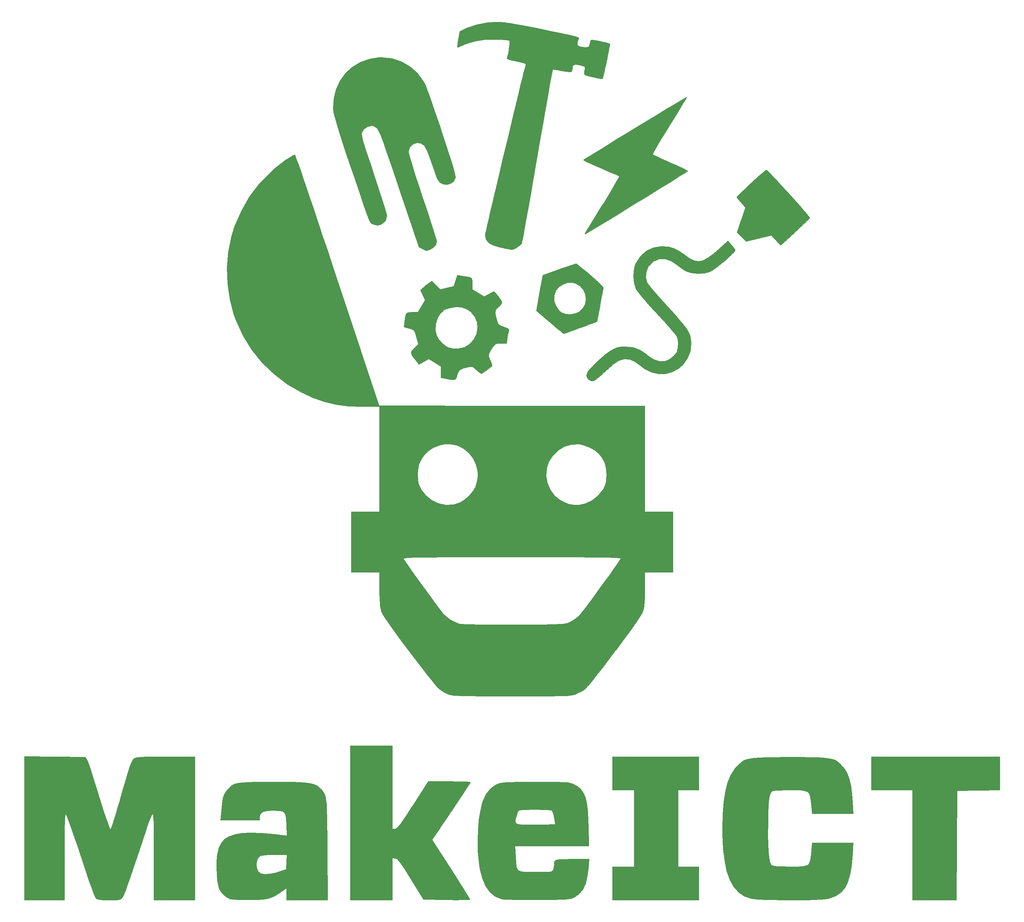
<source format=gbr>
G04 #@! TF.FileFunction,Copper,L1,Top,Signal*
%FSLAX46Y46*%
G04 Gerber Fmt 4.6, Leading zero omitted, Abs format (unit mm)*
G04 Created by KiCad (PCBNEW 4.0.2+dfsg1-stable) date Fri 14 Apr 2017 06:30:08 PM CDT*
%MOMM*%
G01*
G04 APERTURE LIST*
%ADD10C,0.100000*%
%ADD11C,0.010000*%
G04 APERTURE END LIST*
D10*
D11*
G36*
X195245323Y-327170469D02*
X203183990Y-327253600D01*
X203641434Y-327931487D01*
X203833738Y-328360743D01*
X204164741Y-329260330D01*
X204611040Y-330559914D01*
X205149228Y-332189162D01*
X205755903Y-334077739D01*
X206407658Y-336155310D01*
X206779989Y-337363267D01*
X207437017Y-339482684D01*
X208053740Y-341423131D01*
X208608450Y-343120051D01*
X209079435Y-344508884D01*
X209444986Y-345525071D01*
X209683392Y-346104054D01*
X209756619Y-346214812D01*
X209910045Y-345979556D01*
X210191265Y-345257861D01*
X210581248Y-344108305D01*
X211060965Y-342589462D01*
X211611385Y-340759908D01*
X212213478Y-338678219D01*
X212270722Y-338476365D01*
X213035153Y-335785392D01*
X213668133Y-333586276D01*
X214188494Y-331826805D01*
X214615066Y-330454766D01*
X214966680Y-329417945D01*
X215262168Y-328664130D01*
X215520360Y-328141108D01*
X215760088Y-327796666D01*
X216000182Y-327578591D01*
X216251725Y-327438183D01*
X216798235Y-327320608D01*
X217869209Y-327229641D01*
X219474418Y-327164894D01*
X221623631Y-327125978D01*
X224326619Y-327112504D01*
X224432157Y-327112488D01*
X231897767Y-327112488D01*
X231897767Y-364648044D01*
X221173322Y-364648044D01*
X221173322Y-353359155D01*
X221169876Y-350428425D01*
X221158624Y-348018848D01*
X221138195Y-346087169D01*
X221107218Y-344590133D01*
X221064323Y-343484485D01*
X221008138Y-342726970D01*
X220937293Y-342274333D01*
X220850417Y-342083319D01*
X220815549Y-342070266D01*
X220636464Y-342335053D01*
X220303206Y-343109073D01*
X219826757Y-344361822D01*
X219218101Y-346062790D01*
X218488220Y-348181471D01*
X217648097Y-350687357D01*
X216955540Y-352792497D01*
X215926361Y-355914824D01*
X215050190Y-358510491D01*
X214321544Y-360594573D01*
X213734939Y-362182147D01*
X213284893Y-363288288D01*
X212965924Y-363928073D01*
X212850123Y-364081386D01*
X212495280Y-364346640D01*
X212029260Y-364514807D01*
X211325453Y-364606840D01*
X210257248Y-364643694D01*
X209426296Y-364648044D01*
X207810972Y-364608808D01*
X206716916Y-364488204D01*
X206106230Y-364281887D01*
X206081125Y-364264503D01*
X205833523Y-363870134D01*
X205428469Y-362934215D01*
X204866126Y-361457188D01*
X204146653Y-359439494D01*
X203270212Y-356881576D01*
X202236964Y-353783876D01*
X202001202Y-353068249D01*
X201218885Y-350711731D01*
X200479100Y-348526587D01*
X199802383Y-346570312D01*
X199209271Y-344900400D01*
X198720302Y-343574345D01*
X198356013Y-342649639D01*
X198136941Y-342183778D01*
X198097340Y-342139383D01*
X198006732Y-342224530D01*
X197932152Y-342573611D01*
X197872312Y-343228034D01*
X197825923Y-344229206D01*
X197791696Y-345618534D01*
X197768342Y-347437427D01*
X197754574Y-349727292D01*
X197749101Y-352529537D01*
X197748878Y-353335637D01*
X197748878Y-364648044D01*
X187306655Y-364648044D01*
X187306655Y-327087339D01*
X195245323Y-327170469D01*
X195245323Y-327170469D01*
G37*
X195245323Y-327170469D02*
X203183990Y-327253600D01*
X203641434Y-327931487D01*
X203833738Y-328360743D01*
X204164741Y-329260330D01*
X204611040Y-330559914D01*
X205149228Y-332189162D01*
X205755903Y-334077739D01*
X206407658Y-336155310D01*
X206779989Y-337363267D01*
X207437017Y-339482684D01*
X208053740Y-341423131D01*
X208608450Y-343120051D01*
X209079435Y-344508884D01*
X209444986Y-345525071D01*
X209683392Y-346104054D01*
X209756619Y-346214812D01*
X209910045Y-345979556D01*
X210191265Y-345257861D01*
X210581248Y-344108305D01*
X211060965Y-342589462D01*
X211611385Y-340759908D01*
X212213478Y-338678219D01*
X212270722Y-338476365D01*
X213035153Y-335785392D01*
X213668133Y-333586276D01*
X214188494Y-331826805D01*
X214615066Y-330454766D01*
X214966680Y-329417945D01*
X215262168Y-328664130D01*
X215520360Y-328141108D01*
X215760088Y-327796666D01*
X216000182Y-327578591D01*
X216251725Y-327438183D01*
X216798235Y-327320608D01*
X217869209Y-327229641D01*
X219474418Y-327164894D01*
X221623631Y-327125978D01*
X224326619Y-327112504D01*
X224432157Y-327112488D01*
X231897767Y-327112488D01*
X231897767Y-364648044D01*
X221173322Y-364648044D01*
X221173322Y-353359155D01*
X221169876Y-350428425D01*
X221158624Y-348018848D01*
X221138195Y-346087169D01*
X221107218Y-344590133D01*
X221064323Y-343484485D01*
X221008138Y-342726970D01*
X220937293Y-342274333D01*
X220850417Y-342083319D01*
X220815549Y-342070266D01*
X220636464Y-342335053D01*
X220303206Y-343109073D01*
X219826757Y-344361822D01*
X219218101Y-346062790D01*
X218488220Y-348181471D01*
X217648097Y-350687357D01*
X216955540Y-352792497D01*
X215926361Y-355914824D01*
X215050190Y-358510491D01*
X214321544Y-360594573D01*
X213734939Y-362182147D01*
X213284893Y-363288288D01*
X212965924Y-363928073D01*
X212850123Y-364081386D01*
X212495280Y-364346640D01*
X212029260Y-364514807D01*
X211325453Y-364606840D01*
X210257248Y-364643694D01*
X209426296Y-364648044D01*
X207810972Y-364608808D01*
X206716916Y-364488204D01*
X206106230Y-364281887D01*
X206081125Y-364264503D01*
X205833523Y-363870134D01*
X205428469Y-362934215D01*
X204866126Y-361457188D01*
X204146653Y-359439494D01*
X203270212Y-356881576D01*
X202236964Y-353783876D01*
X202001202Y-353068249D01*
X201218885Y-350711731D01*
X200479100Y-348526587D01*
X199802383Y-346570312D01*
X199209271Y-344900400D01*
X198720302Y-343574345D01*
X198356013Y-342649639D01*
X198136941Y-342183778D01*
X198097340Y-342139383D01*
X198006732Y-342224530D01*
X197932152Y-342573611D01*
X197872312Y-343228034D01*
X197825923Y-344229206D01*
X197791696Y-345618534D01*
X197768342Y-347437427D01*
X197754574Y-349727292D01*
X197749101Y-352529537D01*
X197748878Y-353335637D01*
X197748878Y-364648044D01*
X187306655Y-364648044D01*
X187306655Y-327087339D01*
X195245323Y-327170469D01*
G36*
X255135877Y-333750798D02*
X257410254Y-333774807D01*
X259243753Y-333825355D01*
X260698120Y-333911059D01*
X261835099Y-334040540D01*
X262716436Y-334222413D01*
X263403876Y-334465298D01*
X263959163Y-334777813D01*
X264444044Y-335168576D01*
X264757118Y-335475208D01*
X265130484Y-335869673D01*
X265444018Y-336252787D01*
X265703377Y-336675691D01*
X265914216Y-337189530D01*
X266082192Y-337845443D01*
X266212960Y-338694574D01*
X266312176Y-339788064D01*
X266385497Y-341177055D01*
X266438579Y-342912689D01*
X266477077Y-345046109D01*
X266506648Y-347628456D01*
X266532948Y-350710873D01*
X266539906Y-351595266D01*
X266642105Y-364648044D01*
X255886655Y-364648044D01*
X255886655Y-361516483D01*
X254687211Y-362338087D01*
X253534821Y-363110696D01*
X252587036Y-363674110D01*
X251715663Y-364062864D01*
X250792511Y-364311490D01*
X249689388Y-364454523D01*
X248278101Y-364526498D01*
X246432211Y-364561924D01*
X244828030Y-364567335D01*
X243366669Y-364541912D01*
X242166701Y-364489991D01*
X241346701Y-364415907D01*
X241099431Y-364366912D01*
X240036868Y-363800124D01*
X239030703Y-362866167D01*
X238269155Y-361746711D01*
X238174338Y-361543600D01*
X237949427Y-360715668D01*
X237772861Y-359472718D01*
X237650778Y-357962596D01*
X237589315Y-356333147D01*
X237593136Y-355178192D01*
X247944198Y-355178192D01*
X248037855Y-356198483D01*
X248399121Y-357075879D01*
X249008519Y-357635528D01*
X249113322Y-357678854D01*
X250120419Y-357840988D01*
X251452017Y-357779604D01*
X252922333Y-357512441D01*
X253911100Y-357220709D01*
X255745544Y-356581676D01*
X255828995Y-354688193D01*
X255912445Y-352794711D01*
X252601629Y-352794711D01*
X251163388Y-352803611D01*
X250173776Y-352842252D01*
X249517098Y-352928543D01*
X249077661Y-353080394D01*
X248739772Y-353315714D01*
X248637623Y-353408350D01*
X248137628Y-354189864D01*
X247944198Y-355178192D01*
X237593136Y-355178192D01*
X237594612Y-354732219D01*
X237672806Y-353307656D01*
X237794016Y-352383386D01*
X238195680Y-350893488D01*
X238817263Y-349662240D01*
X239696103Y-348678945D01*
X240869539Y-347932908D01*
X242374908Y-347413431D01*
X244249549Y-347109818D01*
X246530800Y-347011374D01*
X249255998Y-347107402D01*
X252462482Y-347387206D01*
X254439557Y-347614920D01*
X255955791Y-347801521D01*
X255839449Y-344904940D01*
X255758313Y-343406040D01*
X255600123Y-342381422D01*
X255279905Y-341740982D01*
X254712683Y-341394612D01*
X253813483Y-341252208D01*
X252497330Y-341223663D01*
X252367733Y-341223600D01*
X250828955Y-341291184D01*
X249775085Y-341515079D01*
X249140508Y-341926997D01*
X248859613Y-342558650D01*
X248831100Y-342932936D01*
X248831100Y-343763600D01*
X238604339Y-343763600D01*
X238798861Y-341294155D01*
X238972193Y-339516753D01*
X239196188Y-338179484D01*
X239508660Y-337158182D01*
X239947421Y-336328681D01*
X240539347Y-335578903D01*
X240994516Y-335097096D01*
X241442231Y-334707923D01*
X241946110Y-334401512D01*
X242569767Y-334167991D01*
X243376820Y-333997488D01*
X244430885Y-333880130D01*
X245795578Y-333806046D01*
X247534516Y-333765363D01*
X249711315Y-333748208D01*
X252358878Y-333744711D01*
X255135877Y-333750798D01*
X255135877Y-333750798D01*
G37*
X255135877Y-333750798D02*
X257410254Y-333774807D01*
X259243753Y-333825355D01*
X260698120Y-333911059D01*
X261835099Y-334040540D01*
X262716436Y-334222413D01*
X263403876Y-334465298D01*
X263959163Y-334777813D01*
X264444044Y-335168576D01*
X264757118Y-335475208D01*
X265130484Y-335869673D01*
X265444018Y-336252787D01*
X265703377Y-336675691D01*
X265914216Y-337189530D01*
X266082192Y-337845443D01*
X266212960Y-338694574D01*
X266312176Y-339788064D01*
X266385497Y-341177055D01*
X266438579Y-342912689D01*
X266477077Y-345046109D01*
X266506648Y-347628456D01*
X266532948Y-350710873D01*
X266539906Y-351595266D01*
X266642105Y-364648044D01*
X255886655Y-364648044D01*
X255886655Y-361516483D01*
X254687211Y-362338087D01*
X253534821Y-363110696D01*
X252587036Y-363674110D01*
X251715663Y-364062864D01*
X250792511Y-364311490D01*
X249689388Y-364454523D01*
X248278101Y-364526498D01*
X246432211Y-364561924D01*
X244828030Y-364567335D01*
X243366669Y-364541912D01*
X242166701Y-364489991D01*
X241346701Y-364415907D01*
X241099431Y-364366912D01*
X240036868Y-363800124D01*
X239030703Y-362866167D01*
X238269155Y-361746711D01*
X238174338Y-361543600D01*
X237949427Y-360715668D01*
X237772861Y-359472718D01*
X237650778Y-357962596D01*
X237589315Y-356333147D01*
X237593136Y-355178192D01*
X247944198Y-355178192D01*
X248037855Y-356198483D01*
X248399121Y-357075879D01*
X249008519Y-357635528D01*
X249113322Y-357678854D01*
X250120419Y-357840988D01*
X251452017Y-357779604D01*
X252922333Y-357512441D01*
X253911100Y-357220709D01*
X255745544Y-356581676D01*
X255828995Y-354688193D01*
X255912445Y-352794711D01*
X252601629Y-352794711D01*
X251163388Y-352803611D01*
X250173776Y-352842252D01*
X249517098Y-352928543D01*
X249077661Y-353080394D01*
X248739772Y-353315714D01*
X248637623Y-353408350D01*
X248137628Y-354189864D01*
X247944198Y-355178192D01*
X237593136Y-355178192D01*
X237594612Y-354732219D01*
X237672806Y-353307656D01*
X237794016Y-352383386D01*
X238195680Y-350893488D01*
X238817263Y-349662240D01*
X239696103Y-348678945D01*
X240869539Y-347932908D01*
X242374908Y-347413431D01*
X244249549Y-347109818D01*
X246530800Y-347011374D01*
X249255998Y-347107402D01*
X252462482Y-347387206D01*
X254439557Y-347614920D01*
X255955791Y-347801521D01*
X255839449Y-344904940D01*
X255758313Y-343406040D01*
X255600123Y-342381422D01*
X255279905Y-341740982D01*
X254712683Y-341394612D01*
X253813483Y-341252208D01*
X252497330Y-341223663D01*
X252367733Y-341223600D01*
X250828955Y-341291184D01*
X249775085Y-341515079D01*
X249140508Y-341926997D01*
X248859613Y-342558650D01*
X248831100Y-342932936D01*
X248831100Y-343763600D01*
X238604339Y-343763600D01*
X238798861Y-341294155D01*
X238972193Y-339516753D01*
X239196188Y-338179484D01*
X239508660Y-337158182D01*
X239947421Y-336328681D01*
X240539347Y-335578903D01*
X240994516Y-335097096D01*
X241442231Y-334707923D01*
X241946110Y-334401512D01*
X242569767Y-334167991D01*
X243376820Y-333997488D01*
X244430885Y-333880130D01*
X245795578Y-333806046D01*
X247534516Y-333765363D01*
X249711315Y-333748208D01*
X252358878Y-333744711D01*
X255135877Y-333750798D01*
G36*
X283544433Y-346021377D02*
X284221263Y-346021377D01*
X284470621Y-345959123D01*
X284775819Y-345738558D01*
X285175226Y-345308976D01*
X285707209Y-344619670D01*
X286410136Y-343619937D01*
X287322376Y-342259069D01*
X288482296Y-340486362D01*
X288919395Y-339812488D01*
X292940697Y-333603600D01*
X298560332Y-333603600D01*
X300539292Y-333610766D01*
X302010986Y-333634744D01*
X303032445Y-333679245D01*
X303660694Y-333747985D01*
X303952763Y-333844679D01*
X303976675Y-333956377D01*
X303773602Y-334270726D01*
X303295099Y-334993314D01*
X302581163Y-336064297D01*
X301671793Y-337423830D01*
X300606985Y-339012069D01*
X299426739Y-340769169D01*
X298871782Y-341594313D01*
X293970182Y-348879471D01*
X298917308Y-356611708D01*
X300111252Y-358482485D01*
X301201501Y-360199763D01*
X302152176Y-361706324D01*
X302927398Y-362944948D01*
X303491289Y-363858416D01*
X303807972Y-364389508D01*
X303864433Y-364501499D01*
X303595806Y-364544318D01*
X302844115Y-364575765D01*
X301690647Y-364594753D01*
X300216690Y-364600196D01*
X298503531Y-364591006D01*
X297769756Y-364582992D01*
X291675079Y-364506933D01*
X288366226Y-359144711D01*
X287263289Y-357369660D01*
X286404398Y-356022801D01*
X285746474Y-355046365D01*
X285246439Y-354382583D01*
X284861213Y-353973689D01*
X284547718Y-353761912D01*
X284300903Y-353693187D01*
X283544433Y-353603886D01*
X283544433Y-364648044D01*
X272537767Y-364648044D01*
X272537767Y-324290266D01*
X283544433Y-324290266D01*
X283544433Y-346021377D01*
X283544433Y-346021377D01*
G37*
X283544433Y-346021377D02*
X284221263Y-346021377D01*
X284470621Y-345959123D01*
X284775819Y-345738558D01*
X285175226Y-345308976D01*
X285707209Y-344619670D01*
X286410136Y-343619937D01*
X287322376Y-342259069D01*
X288482296Y-340486362D01*
X288919395Y-339812488D01*
X292940697Y-333603600D01*
X298560332Y-333603600D01*
X300539292Y-333610766D01*
X302010986Y-333634744D01*
X303032445Y-333679245D01*
X303660694Y-333747985D01*
X303952763Y-333844679D01*
X303976675Y-333956377D01*
X303773602Y-334270726D01*
X303295099Y-334993314D01*
X302581163Y-336064297D01*
X301671793Y-337423830D01*
X300606985Y-339012069D01*
X299426739Y-340769169D01*
X298871782Y-341594313D01*
X293970182Y-348879471D01*
X298917308Y-356611708D01*
X300111252Y-358482485D01*
X301201501Y-360199763D01*
X302152176Y-361706324D01*
X302927398Y-362944948D01*
X303491289Y-363858416D01*
X303807972Y-364389508D01*
X303864433Y-364501499D01*
X303595806Y-364544318D01*
X302844115Y-364575765D01*
X301690647Y-364594753D01*
X300216690Y-364600196D01*
X298503531Y-364591006D01*
X297769756Y-364582992D01*
X291675079Y-364506933D01*
X288366226Y-359144711D01*
X287263289Y-357369660D01*
X286404398Y-356022801D01*
X285746474Y-355046365D01*
X285246439Y-354382583D01*
X284861213Y-353973689D01*
X284547718Y-353761912D01*
X284300903Y-353693187D01*
X283544433Y-353603886D01*
X283544433Y-364648044D01*
X272537767Y-364648044D01*
X272537767Y-324290266D01*
X283544433Y-324290266D01*
X283544433Y-346021377D01*
G36*
X323523379Y-333746474D02*
X325470801Y-333754534D01*
X326990725Y-333773049D01*
X328151625Y-333806173D01*
X329021971Y-333858064D01*
X329670234Y-333932878D01*
X330164888Y-334034772D01*
X330574403Y-334167901D01*
X330967251Y-334336422D01*
X330988378Y-334346172D01*
X332043682Y-334942827D01*
X332891722Y-335695952D01*
X333554694Y-336668384D01*
X334054794Y-337922960D01*
X334414217Y-339522515D01*
X334655158Y-341529887D01*
X334799814Y-344007912D01*
X334838225Y-345245266D01*
X334969740Y-350536933D01*
X315635689Y-350536933D01*
X315789284Y-353324354D01*
X315868033Y-354758745D01*
X315976159Y-355800616D01*
X316194490Y-356512531D01*
X316603854Y-356957051D01*
X317285078Y-357196740D01*
X318318990Y-357294159D01*
X319786419Y-357311873D01*
X320938878Y-357310266D01*
X322604261Y-357305265D01*
X323793513Y-357283348D01*
X324594909Y-357234144D01*
X325096725Y-357147284D01*
X325387236Y-357012397D01*
X325554717Y-356819112D01*
X325585615Y-356764375D01*
X325820844Y-356038326D01*
X325877767Y-355517458D01*
X325890154Y-354933670D01*
X325980391Y-354513307D01*
X326228092Y-354229532D01*
X326712870Y-354055510D01*
X327514339Y-353964405D01*
X328712114Y-353929381D01*
X330385807Y-353923602D01*
X330606263Y-353923600D01*
X334992149Y-353923600D01*
X334812493Y-356260857D01*
X334531993Y-358578924D01*
X334063631Y-360425654D01*
X333372696Y-361872980D01*
X332424479Y-362992835D01*
X331184271Y-363857151D01*
X331133932Y-363884308D01*
X330780295Y-364061918D01*
X330412856Y-364202685D01*
X329963523Y-364311370D01*
X329364206Y-364392737D01*
X328546815Y-364451546D01*
X327443261Y-364492561D01*
X325985451Y-364520542D01*
X324105297Y-364540253D01*
X321734708Y-364556455D01*
X321503322Y-364557854D01*
X319329026Y-364563499D01*
X317301287Y-364554679D01*
X315499103Y-364532834D01*
X314001474Y-364499408D01*
X312887398Y-364455841D01*
X312235874Y-364403576D01*
X312144902Y-364387040D01*
X310475580Y-363717986D01*
X309077678Y-362600464D01*
X307942747Y-361020374D01*
X307062333Y-358963615D01*
X306427986Y-356416086D01*
X306127347Y-354346933D01*
X305925492Y-351734077D01*
X305873574Y-349003827D01*
X305962905Y-346279713D01*
X306157924Y-343999471D01*
X315730786Y-343999471D01*
X315775809Y-344402590D01*
X316037844Y-344662929D01*
X316584186Y-344811297D01*
X317482128Y-344878505D01*
X318798966Y-344895360D01*
X320601993Y-344892673D01*
X320938878Y-344892488D01*
X322585208Y-344888873D01*
X324018130Y-344878817D01*
X325149834Y-344863508D01*
X325892510Y-344844133D01*
X326158354Y-344821933D01*
X326080457Y-344081240D01*
X325904718Y-343162514D01*
X325677032Y-342249753D01*
X325443296Y-341526957D01*
X325249464Y-341178160D01*
X324833285Y-341090138D01*
X323981891Y-341023882D01*
X322823785Y-340979602D01*
X321487472Y-340957503D01*
X320101456Y-340957793D01*
X318794239Y-340980679D01*
X317694327Y-341026368D01*
X316930223Y-341095066D01*
X316650703Y-341164309D01*
X316387747Y-341551641D01*
X316117887Y-342278502D01*
X316022602Y-342641655D01*
X315835482Y-343422762D01*
X315730786Y-343999471D01*
X306157924Y-343999471D01*
X306184797Y-343685267D01*
X306530564Y-341344019D01*
X306991516Y-339379501D01*
X307230490Y-338661206D01*
X308125001Y-336873760D01*
X309307310Y-335442362D01*
X310701122Y-334453003D01*
X311134644Y-334260800D01*
X311569206Y-334112595D01*
X312063783Y-333995428D01*
X312686925Y-333905744D01*
X313507182Y-333839985D01*
X314593104Y-333794593D01*
X316013242Y-333766011D01*
X317836147Y-333750683D01*
X320130368Y-333745050D01*
X321079989Y-333744711D01*
X323523379Y-333746474D01*
X323523379Y-333746474D01*
G37*
X323523379Y-333746474D02*
X325470801Y-333754534D01*
X326990725Y-333773049D01*
X328151625Y-333806173D01*
X329021971Y-333858064D01*
X329670234Y-333932878D01*
X330164888Y-334034772D01*
X330574403Y-334167901D01*
X330967251Y-334336422D01*
X330988378Y-334346172D01*
X332043682Y-334942827D01*
X332891722Y-335695952D01*
X333554694Y-336668384D01*
X334054794Y-337922960D01*
X334414217Y-339522515D01*
X334655158Y-341529887D01*
X334799814Y-344007912D01*
X334838225Y-345245266D01*
X334969740Y-350536933D01*
X315635689Y-350536933D01*
X315789284Y-353324354D01*
X315868033Y-354758745D01*
X315976159Y-355800616D01*
X316194490Y-356512531D01*
X316603854Y-356957051D01*
X317285078Y-357196740D01*
X318318990Y-357294159D01*
X319786419Y-357311873D01*
X320938878Y-357310266D01*
X322604261Y-357305265D01*
X323793513Y-357283348D01*
X324594909Y-357234144D01*
X325096725Y-357147284D01*
X325387236Y-357012397D01*
X325554717Y-356819112D01*
X325585615Y-356764375D01*
X325820844Y-356038326D01*
X325877767Y-355517458D01*
X325890154Y-354933670D01*
X325980391Y-354513307D01*
X326228092Y-354229532D01*
X326712870Y-354055510D01*
X327514339Y-353964405D01*
X328712114Y-353929381D01*
X330385807Y-353923602D01*
X330606263Y-353923600D01*
X334992149Y-353923600D01*
X334812493Y-356260857D01*
X334531993Y-358578924D01*
X334063631Y-360425654D01*
X333372696Y-361872980D01*
X332424479Y-362992835D01*
X331184271Y-363857151D01*
X331133932Y-363884308D01*
X330780295Y-364061918D01*
X330412856Y-364202685D01*
X329963523Y-364311370D01*
X329364206Y-364392737D01*
X328546815Y-364451546D01*
X327443261Y-364492561D01*
X325985451Y-364520542D01*
X324105297Y-364540253D01*
X321734708Y-364556455D01*
X321503322Y-364557854D01*
X319329026Y-364563499D01*
X317301287Y-364554679D01*
X315499103Y-364532834D01*
X314001474Y-364499408D01*
X312887398Y-364455841D01*
X312235874Y-364403576D01*
X312144902Y-364387040D01*
X310475580Y-363717986D01*
X309077678Y-362600464D01*
X307942747Y-361020374D01*
X307062333Y-358963615D01*
X306427986Y-356416086D01*
X306127347Y-354346933D01*
X305925492Y-351734077D01*
X305873574Y-349003827D01*
X305962905Y-346279713D01*
X306157924Y-343999471D01*
X315730786Y-343999471D01*
X315775809Y-344402590D01*
X316037844Y-344662929D01*
X316584186Y-344811297D01*
X317482128Y-344878505D01*
X318798966Y-344895360D01*
X320601993Y-344892673D01*
X320938878Y-344892488D01*
X322585208Y-344888873D01*
X324018130Y-344878817D01*
X325149834Y-344863508D01*
X325892510Y-344844133D01*
X326158354Y-344821933D01*
X326080457Y-344081240D01*
X325904718Y-343162514D01*
X325677032Y-342249753D01*
X325443296Y-341526957D01*
X325249464Y-341178160D01*
X324833285Y-341090138D01*
X323981891Y-341023882D01*
X322823785Y-340979602D01*
X321487472Y-340957503D01*
X320101456Y-340957793D01*
X318794239Y-340980679D01*
X317694327Y-341026368D01*
X316930223Y-341095066D01*
X316650703Y-341164309D01*
X316387747Y-341551641D01*
X316117887Y-342278502D01*
X316022602Y-342641655D01*
X315835482Y-343422762D01*
X315730786Y-343999471D01*
X306157924Y-343999471D01*
X306184797Y-343685267D01*
X306530564Y-341344019D01*
X306991516Y-339379501D01*
X307230490Y-338661206D01*
X308125001Y-336873760D01*
X309307310Y-335442362D01*
X310701122Y-334453003D01*
X311134644Y-334260800D01*
X311569206Y-334112595D01*
X312063783Y-333995428D01*
X312686925Y-333905744D01*
X313507182Y-333839985D01*
X314593104Y-333794593D01*
X316013242Y-333766011D01*
X317836147Y-333750683D01*
X320130368Y-333745050D01*
X321079989Y-333744711D01*
X323523379Y-333746474D01*
G36*
X363695544Y-335861377D02*
X358333322Y-335861377D01*
X358333322Y-355899155D01*
X363695544Y-355899155D01*
X363695544Y-364648044D01*
X341117767Y-364648044D01*
X341117767Y-355899155D01*
X346762211Y-355899155D01*
X346762211Y-335861377D01*
X341117767Y-335861377D01*
X341117767Y-327112488D01*
X363695544Y-327112488D01*
X363695544Y-335861377D01*
X363695544Y-335861377D01*
G37*
X363695544Y-335861377D02*
X358333322Y-335861377D01*
X358333322Y-355899155D01*
X363695544Y-355899155D01*
X363695544Y-364648044D01*
X341117767Y-364648044D01*
X341117767Y-355899155D01*
X346762211Y-355899155D01*
X346762211Y-335861377D01*
X341117767Y-335861377D01*
X341117767Y-327112488D01*
X363695544Y-327112488D01*
X363695544Y-335861377D01*
G36*
X390412643Y-327258217D02*
X392777948Y-327278206D01*
X394699633Y-327322769D01*
X396238095Y-327401108D01*
X397453727Y-327522427D01*
X398406926Y-327695928D01*
X399158088Y-327930815D01*
X399767607Y-328236289D01*
X400295880Y-328621553D01*
X400803301Y-329095812D01*
X401006901Y-329305123D01*
X401873927Y-330358787D01*
X402556621Y-331556721D01*
X403080942Y-332985244D01*
X403472848Y-334730677D01*
X403758297Y-336879336D01*
X403933331Y-339036377D01*
X404130351Y-342070266D01*
X393373804Y-342070266D01*
X393193054Y-340165266D01*
X393037845Y-338638025D01*
X392850051Y-337522921D01*
X392546899Y-336755251D01*
X392045616Y-336270311D01*
X391263432Y-336003399D01*
X390117572Y-335889811D01*
X388525266Y-335864843D01*
X387692193Y-335865231D01*
X386231574Y-335878245D01*
X384934320Y-335911136D01*
X383925835Y-335959220D01*
X383331523Y-336017812D01*
X383273836Y-336030262D01*
X382886831Y-336185565D01*
X382579976Y-336461763D01*
X382342583Y-336920989D01*
X382163965Y-337625374D01*
X382033437Y-338637051D01*
X381940311Y-340018154D01*
X381873900Y-341830814D01*
X381823518Y-344137164D01*
X381817201Y-344499137D01*
X381788320Y-347499525D01*
X381815587Y-349972019D01*
X381902005Y-351950662D01*
X382050577Y-353469498D01*
X382264306Y-354562569D01*
X382546194Y-355263919D01*
X382791446Y-355544285D01*
X383244246Y-355701469D01*
X384132262Y-355810936D01*
X385496889Y-355875756D01*
X387379520Y-355898998D01*
X387577104Y-355899155D01*
X389406352Y-355897460D01*
X390752644Y-355850879D01*
X391697205Y-355697164D01*
X392321258Y-355374068D01*
X392706025Y-354819345D01*
X392932729Y-353970748D01*
X393082593Y-352766031D01*
X393193054Y-351595266D01*
X393373804Y-349690266D01*
X404130351Y-349690266D01*
X403933331Y-352724155D01*
X403661688Y-355636630D01*
X403242813Y-358044628D01*
X402651205Y-359994834D01*
X401861365Y-361533933D01*
X400847793Y-362708608D01*
X399584988Y-363565545D01*
X398047451Y-364151428D01*
X397633821Y-364257108D01*
X396823850Y-364374439D01*
X395544778Y-364470234D01*
X393889493Y-364544559D01*
X391950883Y-364597481D01*
X389821836Y-364629065D01*
X387595240Y-364639378D01*
X385363983Y-364628487D01*
X383220955Y-364596456D01*
X381259042Y-364543354D01*
X379571133Y-364469245D01*
X378250116Y-364374196D01*
X377388880Y-364258273D01*
X377319430Y-364242622D01*
X375581760Y-363611307D01*
X374093801Y-362606996D01*
X372846826Y-361208060D01*
X371832103Y-359392872D01*
X371040903Y-357139802D01*
X370464497Y-354427221D01*
X370094155Y-351233500D01*
X369921148Y-347537012D01*
X369905228Y-345872862D01*
X369986245Y-342148761D01*
X370237065Y-338926325D01*
X370667239Y-336166004D01*
X371286318Y-333828244D01*
X372103853Y-331873495D01*
X373129394Y-330262204D01*
X373880134Y-329412082D01*
X374441084Y-328874750D01*
X374986398Y-328434690D01*
X375577349Y-328082221D01*
X376275212Y-327807664D01*
X377141263Y-327601338D01*
X378236776Y-327453564D01*
X379623026Y-327354660D01*
X381361288Y-327294948D01*
X383512838Y-327264747D01*
X386138949Y-327254376D01*
X387543322Y-327253600D01*
X390412643Y-327258217D01*
X390412643Y-327258217D01*
G37*
X390412643Y-327258217D02*
X392777948Y-327278206D01*
X394699633Y-327322769D01*
X396238095Y-327401108D01*
X397453727Y-327522427D01*
X398406926Y-327695928D01*
X399158088Y-327930815D01*
X399767607Y-328236289D01*
X400295880Y-328621553D01*
X400803301Y-329095812D01*
X401006901Y-329305123D01*
X401873927Y-330358787D01*
X402556621Y-331556721D01*
X403080942Y-332985244D01*
X403472848Y-334730677D01*
X403758297Y-336879336D01*
X403933331Y-339036377D01*
X404130351Y-342070266D01*
X393373804Y-342070266D01*
X393193054Y-340165266D01*
X393037845Y-338638025D01*
X392850051Y-337522921D01*
X392546899Y-336755251D01*
X392045616Y-336270311D01*
X391263432Y-336003399D01*
X390117572Y-335889811D01*
X388525266Y-335864843D01*
X387692193Y-335865231D01*
X386231574Y-335878245D01*
X384934320Y-335911136D01*
X383925835Y-335959220D01*
X383331523Y-336017812D01*
X383273836Y-336030262D01*
X382886831Y-336185565D01*
X382579976Y-336461763D01*
X382342583Y-336920989D01*
X382163965Y-337625374D01*
X382033437Y-338637051D01*
X381940311Y-340018154D01*
X381873900Y-341830814D01*
X381823518Y-344137164D01*
X381817201Y-344499137D01*
X381788320Y-347499525D01*
X381815587Y-349972019D01*
X381902005Y-351950662D01*
X382050577Y-353469498D01*
X382264306Y-354562569D01*
X382546194Y-355263919D01*
X382791446Y-355544285D01*
X383244246Y-355701469D01*
X384132262Y-355810936D01*
X385496889Y-355875756D01*
X387379520Y-355898998D01*
X387577104Y-355899155D01*
X389406352Y-355897460D01*
X390752644Y-355850879D01*
X391697205Y-355697164D01*
X392321258Y-355374068D01*
X392706025Y-354819345D01*
X392932729Y-353970748D01*
X393082593Y-352766031D01*
X393193054Y-351595266D01*
X393373804Y-349690266D01*
X404130351Y-349690266D01*
X403933331Y-352724155D01*
X403661688Y-355636630D01*
X403242813Y-358044628D01*
X402651205Y-359994834D01*
X401861365Y-361533933D01*
X400847793Y-362708608D01*
X399584988Y-363565545D01*
X398047451Y-364151428D01*
X397633821Y-364257108D01*
X396823850Y-364374439D01*
X395544778Y-364470234D01*
X393889493Y-364544559D01*
X391950883Y-364597481D01*
X389821836Y-364629065D01*
X387595240Y-364639378D01*
X385363983Y-364628487D01*
X383220955Y-364596456D01*
X381259042Y-364543354D01*
X379571133Y-364469245D01*
X378250116Y-364374196D01*
X377388880Y-364258273D01*
X377319430Y-364242622D01*
X375581760Y-363611307D01*
X374093801Y-362606996D01*
X372846826Y-361208060D01*
X371832103Y-359392872D01*
X371040903Y-357139802D01*
X370464497Y-354427221D01*
X370094155Y-351233500D01*
X369921148Y-347537012D01*
X369905228Y-345872862D01*
X369986245Y-342148761D01*
X370237065Y-338926325D01*
X370667239Y-336166004D01*
X371286318Y-333828244D01*
X372103853Y-331873495D01*
X373129394Y-330262204D01*
X373880134Y-329412082D01*
X374441084Y-328874750D01*
X374986398Y-328434690D01*
X375577349Y-328082221D01*
X376275212Y-327807664D01*
X377141263Y-327601338D01*
X378236776Y-327453564D01*
X379623026Y-327354660D01*
X381361288Y-327294948D01*
X383512838Y-327264747D01*
X386138949Y-327254376D01*
X387543322Y-327253600D01*
X390412643Y-327258217D01*
G36*
X442435544Y-335849445D02*
X436861655Y-335925967D01*
X431287767Y-336002488D01*
X431141483Y-364648044D01*
X419575544Y-364648044D01*
X419575544Y-335861377D01*
X408851100Y-335861377D01*
X408851100Y-327112488D01*
X442435544Y-327112488D01*
X442435544Y-335849445D01*
X442435544Y-335849445D01*
G37*
X442435544Y-335849445D02*
X436861655Y-335925967D01*
X431287767Y-336002488D01*
X431141483Y-364648044D01*
X419575544Y-364648044D01*
X419575544Y-335861377D01*
X408851100Y-335861377D01*
X408851100Y-327112488D01*
X442435544Y-327112488D01*
X442435544Y-335849445D01*
G36*
X258136802Y-169895157D02*
X258426771Y-170661534D01*
X258871131Y-171899177D01*
X259458845Y-173575644D01*
X260178876Y-175658492D01*
X261020186Y-178115280D01*
X261971739Y-180913564D01*
X263022498Y-184020903D01*
X264161425Y-187404854D01*
X265377484Y-191032975D01*
X266659638Y-194872824D01*
X267996849Y-198891958D01*
X269173779Y-202440822D01*
X280038113Y-235249155D01*
X314811273Y-235320822D01*
X349584433Y-235392488D01*
X349584433Y-263048044D01*
X356922211Y-263048044D01*
X356922211Y-278852488D01*
X349584433Y-278852488D01*
X349584433Y-283194524D01*
X349565323Y-285147195D01*
X349502433Y-286639977D01*
X349387423Y-287776315D01*
X349211956Y-288659651D01*
X349117958Y-288980916D01*
X348882174Y-289523229D01*
X348442029Y-290297262D01*
X347774286Y-291336652D01*
X346855707Y-292675035D01*
X345663055Y-294346047D01*
X344173091Y-296383324D01*
X342362579Y-298820502D01*
X341809330Y-299560062D01*
X340283318Y-301583420D01*
X338825967Y-303489204D01*
X337479589Y-305224013D01*
X336286497Y-306734445D01*
X335289003Y-307967099D01*
X334529419Y-308868573D01*
X334050058Y-309385466D01*
X333966925Y-309457781D01*
X333083581Y-310022242D01*
X332003969Y-310569312D01*
X331535858Y-310764378D01*
X331198231Y-310883004D01*
X330829193Y-310982970D01*
X330380208Y-311065816D01*
X329802742Y-311133079D01*
X329048258Y-311186298D01*
X328068221Y-311227010D01*
X326814097Y-311256754D01*
X325237349Y-311277068D01*
X323289442Y-311289491D01*
X320921841Y-311295559D01*
X318086010Y-311296812D01*
X314797517Y-311294843D01*
X311443413Y-311290806D01*
X308605755Y-311283945D01*
X306236543Y-311272742D01*
X304287782Y-311255685D01*
X302711472Y-311231258D01*
X301459617Y-311197946D01*
X300484218Y-311154235D01*
X299737278Y-311098608D01*
X299170799Y-311029553D01*
X298736783Y-310945553D01*
X298387232Y-310845093D01*
X298183135Y-310770467D01*
X297120285Y-310265944D01*
X296066145Y-309632094D01*
X295802404Y-309443112D01*
X295398670Y-309040048D01*
X294702776Y-308236714D01*
X293757654Y-307087052D01*
X292606237Y-305645006D01*
X291291457Y-303964519D01*
X289856247Y-302099535D01*
X288343539Y-300103997D01*
X287909621Y-299526103D01*
X286010663Y-296978812D01*
X284438650Y-294840424D01*
X283170279Y-293077207D01*
X282182247Y-291655431D01*
X281451251Y-290541367D01*
X280953987Y-289701283D01*
X280667151Y-289101449D01*
X280624242Y-288980916D01*
X280420819Y-288173171D01*
X280281365Y-287155986D01*
X280197543Y-285825918D01*
X280161013Y-284079524D01*
X280157767Y-283194524D01*
X280157767Y-278852488D01*
X272819989Y-278852488D01*
X272819989Y-275298336D01*
X286458593Y-275298336D01*
X286682393Y-275679632D01*
X287192103Y-276443661D01*
X287936884Y-277520171D01*
X288865896Y-278838910D01*
X289928296Y-280329625D01*
X291073245Y-281922065D01*
X292249903Y-283545977D01*
X293407428Y-285131109D01*
X294494979Y-286607209D01*
X295461717Y-287904024D01*
X296256800Y-288951303D01*
X296829388Y-289678793D01*
X297064448Y-289953625D01*
X298726106Y-291321577D01*
X300686471Y-292224500D01*
X301249494Y-292380837D01*
X301744777Y-292432357D01*
X302742939Y-292478339D01*
X304182431Y-292517879D01*
X306001708Y-292550076D01*
X308139220Y-292574025D01*
X310533422Y-292588823D01*
X313122767Y-292593567D01*
X315435544Y-292589004D01*
X318496529Y-292577168D01*
X321046148Y-292564726D01*
X323137474Y-292549126D01*
X324823582Y-292527816D01*
X326157547Y-292498245D01*
X327192443Y-292457861D01*
X327981345Y-292404111D01*
X328577326Y-292334445D01*
X329033462Y-292246310D01*
X329402826Y-292137155D01*
X329738494Y-292004429D01*
X329997878Y-291888867D01*
X331060747Y-291278419D01*
X332128961Y-290466536D01*
X332564955Y-290054422D01*
X332973888Y-289571075D01*
X333639377Y-288720862D01*
X334510353Y-287574086D01*
X335535748Y-286201053D01*
X336664495Y-284672065D01*
X337845524Y-283057427D01*
X339027769Y-281427442D01*
X340160161Y-279852416D01*
X341191632Y-278402652D01*
X342071114Y-277148453D01*
X342747540Y-276160125D01*
X343169840Y-275507970D01*
X343283606Y-275298336D01*
X343246226Y-275232879D01*
X343060637Y-275174834D01*
X342696450Y-275123774D01*
X342123278Y-275079277D01*
X341310732Y-275040916D01*
X340228422Y-275008268D01*
X338845961Y-274980908D01*
X337132960Y-274958412D01*
X335059031Y-274940354D01*
X332593784Y-274926311D01*
X329706831Y-274915857D01*
X326367784Y-274908568D01*
X322546254Y-274904021D01*
X318211852Y-274901789D01*
X314871100Y-274901377D01*
X310161232Y-274902246D01*
X305985419Y-274905134D01*
X302313270Y-274910468D01*
X299114398Y-274918670D01*
X296358413Y-274930167D01*
X294014928Y-274945381D01*
X292053554Y-274964739D01*
X290443902Y-274988664D01*
X289155583Y-275017581D01*
X288158210Y-275051915D01*
X287421393Y-275092090D01*
X286914743Y-275138531D01*
X286607873Y-275191662D01*
X286470394Y-275251908D01*
X286458593Y-275298336D01*
X272819989Y-275298336D01*
X272819989Y-263048044D01*
X280157767Y-263048044D01*
X280157767Y-253311377D01*
X290181540Y-253311377D01*
X290206338Y-254545065D01*
X290319287Y-255434941D01*
X290568623Y-256200225D01*
X291002583Y-257060136D01*
X291008917Y-257071579D01*
X292228806Y-258731230D01*
X293784245Y-260003339D01*
X295580331Y-260854231D01*
X297522162Y-261250229D01*
X299514832Y-261157659D01*
X301164557Y-260675184D01*
X302415805Y-259932161D01*
X303653465Y-258823425D01*
X304704679Y-257524772D01*
X305289757Y-256479900D01*
X305843732Y-254574437D01*
X305871681Y-253622172D01*
X323787113Y-253622172D01*
X324113130Y-255494084D01*
X324856618Y-257246676D01*
X325976088Y-258787570D01*
X327430055Y-260024389D01*
X329177029Y-260864754D01*
X329529380Y-260969486D01*
X331062169Y-261277702D01*
X332419129Y-261273472D01*
X333896109Y-260954376D01*
X333968005Y-260933208D01*
X335800725Y-260108252D01*
X337405295Y-258835640D01*
X338646871Y-257224399D01*
X338724724Y-257087303D01*
X339165116Y-256219000D01*
X339418781Y-255453508D01*
X339534419Y-254570846D01*
X339560731Y-253351030D01*
X339560659Y-253311377D01*
X339445762Y-251565212D01*
X339057857Y-250133786D01*
X338319309Y-248802283D01*
X337590523Y-247860148D01*
X336615159Y-247006181D01*
X335278239Y-246238036D01*
X333782504Y-245654359D01*
X332469467Y-245368461D01*
X330559084Y-245414790D01*
X328703130Y-245967150D01*
X327000767Y-246968900D01*
X325551159Y-248363401D01*
X324553443Y-249889899D01*
X323920055Y-251723317D01*
X323787113Y-253622172D01*
X305871681Y-253622172D01*
X305899569Y-252672036D01*
X305508976Y-250844368D01*
X304723665Y-249163099D01*
X303595344Y-247699899D01*
X302175723Y-246526436D01*
X300516511Y-245714378D01*
X298669418Y-245335394D01*
X297272732Y-245368461D01*
X295807289Y-245702086D01*
X294318387Y-246308866D01*
X293008771Y-247090153D01*
X292151676Y-247860148D01*
X291135071Y-249244774D01*
X290521071Y-250585547D01*
X290232040Y-252097283D01*
X290181540Y-253311377D01*
X280157767Y-253311377D01*
X280157767Y-235531377D01*
X275712767Y-235527647D01*
X272112952Y-235399125D01*
X268862479Y-234994886D01*
X265798909Y-234277285D01*
X262759802Y-233208673D01*
X259722937Y-231821860D01*
X255992807Y-229643656D01*
X252552637Y-227009378D01*
X249448265Y-223971875D01*
X246725528Y-220583995D01*
X244430262Y-216898585D01*
X242608304Y-212968494D01*
X242062279Y-211459830D01*
X241016767Y-207518505D01*
X240434085Y-203392373D01*
X240313389Y-199191550D01*
X240653832Y-195026153D01*
X241454570Y-191006299D01*
X242238737Y-188475430D01*
X243964026Y-184464007D01*
X246158201Y-180685691D01*
X248769521Y-177216884D01*
X251746242Y-174133986D01*
X252265333Y-173670840D01*
X253288359Y-172818078D01*
X254418257Y-171941141D01*
X255551670Y-171112656D01*
X256585241Y-170405254D01*
X257415612Y-169891562D01*
X257939426Y-169644211D01*
X258012260Y-169632488D01*
X258136802Y-169895157D01*
X258136802Y-169895157D01*
G37*
X258136802Y-169895157D02*
X258426771Y-170661534D01*
X258871131Y-171899177D01*
X259458845Y-173575644D01*
X260178876Y-175658492D01*
X261020186Y-178115280D01*
X261971739Y-180913564D01*
X263022498Y-184020903D01*
X264161425Y-187404854D01*
X265377484Y-191032975D01*
X266659638Y-194872824D01*
X267996849Y-198891958D01*
X269173779Y-202440822D01*
X280038113Y-235249155D01*
X314811273Y-235320822D01*
X349584433Y-235392488D01*
X349584433Y-263048044D01*
X356922211Y-263048044D01*
X356922211Y-278852488D01*
X349584433Y-278852488D01*
X349584433Y-283194524D01*
X349565323Y-285147195D01*
X349502433Y-286639977D01*
X349387423Y-287776315D01*
X349211956Y-288659651D01*
X349117958Y-288980916D01*
X348882174Y-289523229D01*
X348442029Y-290297262D01*
X347774286Y-291336652D01*
X346855707Y-292675035D01*
X345663055Y-294346047D01*
X344173091Y-296383324D01*
X342362579Y-298820502D01*
X341809330Y-299560062D01*
X340283318Y-301583420D01*
X338825967Y-303489204D01*
X337479589Y-305224013D01*
X336286497Y-306734445D01*
X335289003Y-307967099D01*
X334529419Y-308868573D01*
X334050058Y-309385466D01*
X333966925Y-309457781D01*
X333083581Y-310022242D01*
X332003969Y-310569312D01*
X331535858Y-310764378D01*
X331198231Y-310883004D01*
X330829193Y-310982970D01*
X330380208Y-311065816D01*
X329802742Y-311133079D01*
X329048258Y-311186298D01*
X328068221Y-311227010D01*
X326814097Y-311256754D01*
X325237349Y-311277068D01*
X323289442Y-311289491D01*
X320921841Y-311295559D01*
X318086010Y-311296812D01*
X314797517Y-311294843D01*
X311443413Y-311290806D01*
X308605755Y-311283945D01*
X306236543Y-311272742D01*
X304287782Y-311255685D01*
X302711472Y-311231258D01*
X301459617Y-311197946D01*
X300484218Y-311154235D01*
X299737278Y-311098608D01*
X299170799Y-311029553D01*
X298736783Y-310945553D01*
X298387232Y-310845093D01*
X298183135Y-310770467D01*
X297120285Y-310265944D01*
X296066145Y-309632094D01*
X295802404Y-309443112D01*
X295398670Y-309040048D01*
X294702776Y-308236714D01*
X293757654Y-307087052D01*
X292606237Y-305645006D01*
X291291457Y-303964519D01*
X289856247Y-302099535D01*
X288343539Y-300103997D01*
X287909621Y-299526103D01*
X286010663Y-296978812D01*
X284438650Y-294840424D01*
X283170279Y-293077207D01*
X282182247Y-291655431D01*
X281451251Y-290541367D01*
X280953987Y-289701283D01*
X280667151Y-289101449D01*
X280624242Y-288980916D01*
X280420819Y-288173171D01*
X280281365Y-287155986D01*
X280197543Y-285825918D01*
X280161013Y-284079524D01*
X280157767Y-283194524D01*
X280157767Y-278852488D01*
X272819989Y-278852488D01*
X272819989Y-275298336D01*
X286458593Y-275298336D01*
X286682393Y-275679632D01*
X287192103Y-276443661D01*
X287936884Y-277520171D01*
X288865896Y-278838910D01*
X289928296Y-280329625D01*
X291073245Y-281922065D01*
X292249903Y-283545977D01*
X293407428Y-285131109D01*
X294494979Y-286607209D01*
X295461717Y-287904024D01*
X296256800Y-288951303D01*
X296829388Y-289678793D01*
X297064448Y-289953625D01*
X298726106Y-291321577D01*
X300686471Y-292224500D01*
X301249494Y-292380837D01*
X301744777Y-292432357D01*
X302742939Y-292478339D01*
X304182431Y-292517879D01*
X306001708Y-292550076D01*
X308139220Y-292574025D01*
X310533422Y-292588823D01*
X313122767Y-292593567D01*
X315435544Y-292589004D01*
X318496529Y-292577168D01*
X321046148Y-292564726D01*
X323137474Y-292549126D01*
X324823582Y-292527816D01*
X326157547Y-292498245D01*
X327192443Y-292457861D01*
X327981345Y-292404111D01*
X328577326Y-292334445D01*
X329033462Y-292246310D01*
X329402826Y-292137155D01*
X329738494Y-292004429D01*
X329997878Y-291888867D01*
X331060747Y-291278419D01*
X332128961Y-290466536D01*
X332564955Y-290054422D01*
X332973888Y-289571075D01*
X333639377Y-288720862D01*
X334510353Y-287574086D01*
X335535748Y-286201053D01*
X336664495Y-284672065D01*
X337845524Y-283057427D01*
X339027769Y-281427442D01*
X340160161Y-279852416D01*
X341191632Y-278402652D01*
X342071114Y-277148453D01*
X342747540Y-276160125D01*
X343169840Y-275507970D01*
X343283606Y-275298336D01*
X343246226Y-275232879D01*
X343060637Y-275174834D01*
X342696450Y-275123774D01*
X342123278Y-275079277D01*
X341310732Y-275040916D01*
X340228422Y-275008268D01*
X338845961Y-274980908D01*
X337132960Y-274958412D01*
X335059031Y-274940354D01*
X332593784Y-274926311D01*
X329706831Y-274915857D01*
X326367784Y-274908568D01*
X322546254Y-274904021D01*
X318211852Y-274901789D01*
X314871100Y-274901377D01*
X310161232Y-274902246D01*
X305985419Y-274905134D01*
X302313270Y-274910468D01*
X299114398Y-274918670D01*
X296358413Y-274930167D01*
X294014928Y-274945381D01*
X292053554Y-274964739D01*
X290443902Y-274988664D01*
X289155583Y-275017581D01*
X288158210Y-275051915D01*
X287421393Y-275092090D01*
X286914743Y-275138531D01*
X286607873Y-275191662D01*
X286470394Y-275251908D01*
X286458593Y-275298336D01*
X272819989Y-275298336D01*
X272819989Y-263048044D01*
X280157767Y-263048044D01*
X280157767Y-253311377D01*
X290181540Y-253311377D01*
X290206338Y-254545065D01*
X290319287Y-255434941D01*
X290568623Y-256200225D01*
X291002583Y-257060136D01*
X291008917Y-257071579D01*
X292228806Y-258731230D01*
X293784245Y-260003339D01*
X295580331Y-260854231D01*
X297522162Y-261250229D01*
X299514832Y-261157659D01*
X301164557Y-260675184D01*
X302415805Y-259932161D01*
X303653465Y-258823425D01*
X304704679Y-257524772D01*
X305289757Y-256479900D01*
X305843732Y-254574437D01*
X305871681Y-253622172D01*
X323787113Y-253622172D01*
X324113130Y-255494084D01*
X324856618Y-257246676D01*
X325976088Y-258787570D01*
X327430055Y-260024389D01*
X329177029Y-260864754D01*
X329529380Y-260969486D01*
X331062169Y-261277702D01*
X332419129Y-261273472D01*
X333896109Y-260954376D01*
X333968005Y-260933208D01*
X335800725Y-260108252D01*
X337405295Y-258835640D01*
X338646871Y-257224399D01*
X338724724Y-257087303D01*
X339165116Y-256219000D01*
X339418781Y-255453508D01*
X339534419Y-254570846D01*
X339560731Y-253351030D01*
X339560659Y-253311377D01*
X339445762Y-251565212D01*
X339057857Y-250133786D01*
X338319309Y-248802283D01*
X337590523Y-247860148D01*
X336615159Y-247006181D01*
X335278239Y-246238036D01*
X333782504Y-245654359D01*
X332469467Y-245368461D01*
X330559084Y-245414790D01*
X328703130Y-245967150D01*
X327000767Y-246968900D01*
X325551159Y-248363401D01*
X324553443Y-249889899D01*
X323920055Y-251723317D01*
X323787113Y-253622172D01*
X305871681Y-253622172D01*
X305899569Y-252672036D01*
X305508976Y-250844368D01*
X304723665Y-249163099D01*
X303595344Y-247699899D01*
X302175723Y-246526436D01*
X300516511Y-245714378D01*
X298669418Y-245335394D01*
X297272732Y-245368461D01*
X295807289Y-245702086D01*
X294318387Y-246308866D01*
X293008771Y-247090153D01*
X292151676Y-247860148D01*
X291135071Y-249244774D01*
X290521071Y-250585547D01*
X290232040Y-252097283D01*
X290181540Y-253311377D01*
X280157767Y-253311377D01*
X280157767Y-235531377D01*
X275712767Y-235527647D01*
X272112952Y-235399125D01*
X268862479Y-234994886D01*
X265798909Y-234277285D01*
X262759802Y-233208673D01*
X259722937Y-231821860D01*
X255992807Y-229643656D01*
X252552637Y-227009378D01*
X249448265Y-223971875D01*
X246725528Y-220583995D01*
X244430262Y-216898585D01*
X242608304Y-212968494D01*
X242062279Y-211459830D01*
X241016767Y-207518505D01*
X240434085Y-203392373D01*
X240313389Y-199191550D01*
X240653832Y-195026153D01*
X241454570Y-191006299D01*
X242238737Y-188475430D01*
X243964026Y-184464007D01*
X246158201Y-180685691D01*
X248769521Y-177216884D01*
X251746242Y-174133986D01*
X252265333Y-173670840D01*
X253288359Y-172818078D01*
X254418257Y-171941141D01*
X255551670Y-171112656D01*
X256585241Y-170405254D01*
X257415612Y-169891562D01*
X257939426Y-169644211D01*
X258012260Y-169632488D01*
X258136802Y-169895157D01*
G36*
X372282238Y-193238031D02*
X372822996Y-193916616D01*
X373170749Y-194442379D01*
X373237440Y-194609155D01*
X373043593Y-194951428D01*
X372494255Y-195554117D01*
X371683239Y-196335987D01*
X370704356Y-197215804D01*
X369651420Y-198112334D01*
X368618242Y-198944344D01*
X367698635Y-199630598D01*
X366986410Y-200089863D01*
X366799989Y-200183486D01*
X365251087Y-200625038D01*
X363492193Y-200753880D01*
X361766425Y-200569340D01*
X360584514Y-200200718D01*
X359650105Y-199689681D01*
X358599792Y-198974360D01*
X357973872Y-198474963D01*
X356424308Y-197407514D01*
X354891380Y-196893364D01*
X353393726Y-196934145D01*
X351949984Y-197531485D01*
X351422891Y-197901976D01*
X350546688Y-198924618D01*
X350014463Y-200248974D01*
X349870082Y-201698712D01*
X350141002Y-203055107D01*
X350402237Y-203453422D01*
X350994960Y-204199510D01*
X351864414Y-205229547D01*
X352955841Y-206479709D01*
X354214484Y-207886171D01*
X355389846Y-209173092D01*
X357162276Y-211115174D01*
X358575513Y-212718680D01*
X359668811Y-214044831D01*
X360481422Y-215154848D01*
X361052599Y-216109954D01*
X361421597Y-216971369D01*
X361627667Y-217800315D01*
X361710063Y-218658014D01*
X361717232Y-219041658D01*
X361475084Y-221113612D01*
X360788702Y-222925223D01*
X359729706Y-224445260D01*
X358369715Y-225642492D01*
X356780350Y-226485689D01*
X355033230Y-226943618D01*
X353199975Y-226985049D01*
X351352205Y-226578751D01*
X349561541Y-225693492D01*
X348443708Y-224829814D01*
X346987138Y-223721165D01*
X345602412Y-223128444D01*
X344232786Y-223055094D01*
X342821513Y-223504557D01*
X341311850Y-224480276D01*
X340332921Y-225321872D01*
X338904515Y-226640303D01*
X337820679Y-227611571D01*
X337014476Y-228274852D01*
X336418969Y-228669326D01*
X335967222Y-228834170D01*
X335592299Y-228808563D01*
X335227262Y-228631683D01*
X334971674Y-228459819D01*
X334427832Y-227897253D01*
X334315024Y-227233344D01*
X334649333Y-226419406D01*
X335446841Y-225406758D01*
X336249433Y-224591800D01*
X337902322Y-223040204D01*
X339264294Y-221860378D01*
X340420981Y-221003609D01*
X341458018Y-220421179D01*
X342461035Y-220064376D01*
X343515665Y-219884482D01*
X344614043Y-219833279D01*
X346538715Y-220026552D01*
X348289835Y-220669995D01*
X349988353Y-221811798D01*
X350347964Y-222117893D01*
X351862984Y-223165441D01*
X353402046Y-223675539D01*
X354829896Y-223654855D01*
X356027849Y-223184753D01*
X357132176Y-222322831D01*
X357920125Y-221259553D01*
X358254006Y-220158875D01*
X358314097Y-218859186D01*
X358107719Y-217618711D01*
X357796668Y-216904711D01*
X357457702Y-216464260D01*
X356792339Y-215681223D01*
X355861198Y-214623885D01*
X354724898Y-213360534D01*
X353444056Y-211959457D01*
X352535545Y-210978044D01*
X350951299Y-209247325D01*
X349586487Y-207699928D01*
X348484929Y-206388208D01*
X347690441Y-205364518D01*
X347246843Y-204681213D01*
X347220871Y-204628044D01*
X346779453Y-203199635D01*
X346605391Y-201543329D01*
X346697286Y-199873695D01*
X347053737Y-198405301D01*
X347264553Y-197932762D01*
X348483027Y-196170490D01*
X350021930Y-194832946D01*
X351818054Y-193960458D01*
X353808192Y-193593354D01*
X354079265Y-193584834D01*
X355740066Y-193685395D01*
X357201391Y-194082238D01*
X358639679Y-194841270D01*
X359898687Y-195758659D01*
X361259703Y-196737937D01*
X362467343Y-197331245D01*
X363606900Y-197526774D01*
X364763666Y-197312716D01*
X366022933Y-196677262D01*
X367469993Y-195608604D01*
X368703321Y-194539680D01*
X371350178Y-192149129D01*
X372282238Y-193238031D01*
X372282238Y-193238031D01*
G37*
X372282238Y-193238031D02*
X372822996Y-193916616D01*
X373170749Y-194442379D01*
X373237440Y-194609155D01*
X373043593Y-194951428D01*
X372494255Y-195554117D01*
X371683239Y-196335987D01*
X370704356Y-197215804D01*
X369651420Y-198112334D01*
X368618242Y-198944344D01*
X367698635Y-199630598D01*
X366986410Y-200089863D01*
X366799989Y-200183486D01*
X365251087Y-200625038D01*
X363492193Y-200753880D01*
X361766425Y-200569340D01*
X360584514Y-200200718D01*
X359650105Y-199689681D01*
X358599792Y-198974360D01*
X357973872Y-198474963D01*
X356424308Y-197407514D01*
X354891380Y-196893364D01*
X353393726Y-196934145D01*
X351949984Y-197531485D01*
X351422891Y-197901976D01*
X350546688Y-198924618D01*
X350014463Y-200248974D01*
X349870082Y-201698712D01*
X350141002Y-203055107D01*
X350402237Y-203453422D01*
X350994960Y-204199510D01*
X351864414Y-205229547D01*
X352955841Y-206479709D01*
X354214484Y-207886171D01*
X355389846Y-209173092D01*
X357162276Y-211115174D01*
X358575513Y-212718680D01*
X359668811Y-214044831D01*
X360481422Y-215154848D01*
X361052599Y-216109954D01*
X361421597Y-216971369D01*
X361627667Y-217800315D01*
X361710063Y-218658014D01*
X361717232Y-219041658D01*
X361475084Y-221113612D01*
X360788702Y-222925223D01*
X359729706Y-224445260D01*
X358369715Y-225642492D01*
X356780350Y-226485689D01*
X355033230Y-226943618D01*
X353199975Y-226985049D01*
X351352205Y-226578751D01*
X349561541Y-225693492D01*
X348443708Y-224829814D01*
X346987138Y-223721165D01*
X345602412Y-223128444D01*
X344232786Y-223055094D01*
X342821513Y-223504557D01*
X341311850Y-224480276D01*
X340332921Y-225321872D01*
X338904515Y-226640303D01*
X337820679Y-227611571D01*
X337014476Y-228274852D01*
X336418969Y-228669326D01*
X335967222Y-228834170D01*
X335592299Y-228808563D01*
X335227262Y-228631683D01*
X334971674Y-228459819D01*
X334427832Y-227897253D01*
X334315024Y-227233344D01*
X334649333Y-226419406D01*
X335446841Y-225406758D01*
X336249433Y-224591800D01*
X337902322Y-223040204D01*
X339264294Y-221860378D01*
X340420981Y-221003609D01*
X341458018Y-220421179D01*
X342461035Y-220064376D01*
X343515665Y-219884482D01*
X344614043Y-219833279D01*
X346538715Y-220026552D01*
X348289835Y-220669995D01*
X349988353Y-221811798D01*
X350347964Y-222117893D01*
X351862984Y-223165441D01*
X353402046Y-223675539D01*
X354829896Y-223654855D01*
X356027849Y-223184753D01*
X357132176Y-222322831D01*
X357920125Y-221259553D01*
X358254006Y-220158875D01*
X358314097Y-218859186D01*
X358107719Y-217618711D01*
X357796668Y-216904711D01*
X357457702Y-216464260D01*
X356792339Y-215681223D01*
X355861198Y-214623885D01*
X354724898Y-213360534D01*
X353444056Y-211959457D01*
X352535545Y-210978044D01*
X350951299Y-209247325D01*
X349586487Y-207699928D01*
X348484929Y-206388208D01*
X347690441Y-205364518D01*
X347246843Y-204681213D01*
X347220871Y-204628044D01*
X346779453Y-203199635D01*
X346605391Y-201543329D01*
X346697286Y-199873695D01*
X347053737Y-198405301D01*
X347264553Y-197932762D01*
X348483027Y-196170490D01*
X350021930Y-194832946D01*
X351818054Y-193960458D01*
X353808192Y-193593354D01*
X354079265Y-193584834D01*
X355740066Y-193685395D01*
X357201391Y-194082238D01*
X358639679Y-194841270D01*
X359898687Y-195758659D01*
X361259703Y-196737937D01*
X362467343Y-197331245D01*
X363606900Y-197526774D01*
X364763666Y-197312716D01*
X366022933Y-196677262D01*
X367469993Y-195608604D01*
X368703321Y-194539680D01*
X371350178Y-192149129D01*
X372282238Y-193238031D01*
G36*
X302106381Y-201379822D02*
X303242122Y-201536434D01*
X303929884Y-201721243D01*
X304282025Y-202030412D01*
X304410903Y-202560102D01*
X304428878Y-203367526D01*
X304428878Y-204868841D01*
X307622850Y-206696247D01*
X308880060Y-206029299D01*
X310137270Y-205362350D01*
X310937540Y-206335753D01*
X311713034Y-207316759D01*
X312126667Y-208000529D01*
X312195126Y-208508513D01*
X311935103Y-208962158D01*
X311369340Y-209477926D01*
X310842928Y-209937551D01*
X310539086Y-210347113D01*
X310441355Y-210843139D01*
X310533276Y-211562155D01*
X310798392Y-212640688D01*
X310929208Y-213128950D01*
X311165240Y-213782320D01*
X311542757Y-214193089D01*
X312233220Y-214515498D01*
X312618561Y-214648673D01*
X313406930Y-214939255D01*
X313917051Y-215182421D01*
X314024433Y-215281496D01*
X313979419Y-215625649D01*
X313861947Y-216360132D01*
X313713239Y-217234371D01*
X313402046Y-219021377D01*
X311908215Y-219021377D01*
X311052090Y-219043353D01*
X310514943Y-219186186D01*
X310096528Y-219565235D01*
X309596596Y-220295859D01*
X309538298Y-220386641D01*
X308989067Y-221283610D01*
X308737302Y-221915040D01*
X308764717Y-222483256D01*
X309053025Y-223190586D01*
X309249522Y-223581754D01*
X309552633Y-224305953D01*
X309645600Y-224817411D01*
X309602299Y-224931404D01*
X308858909Y-225529905D01*
X308063827Y-226124194D01*
X307360458Y-226612358D01*
X306892202Y-226892485D01*
X306799053Y-226923600D01*
X306481117Y-226741613D01*
X305921918Y-226276728D01*
X305542433Y-225920849D01*
X304915079Y-225336696D01*
X304448706Y-225080022D01*
X303900542Y-225083872D01*
X303131645Y-225255956D01*
X302006685Y-225561545D01*
X301299888Y-225876503D01*
X300873650Y-226308789D01*
X300590366Y-226966358D01*
X300480961Y-227335523D01*
X300280580Y-227998153D01*
X300051296Y-228383695D01*
X299665727Y-228535805D01*
X298996492Y-228498137D01*
X297916211Y-228314348D01*
X297726100Y-228279658D01*
X296244433Y-228009436D01*
X296244433Y-224993429D01*
X293069549Y-223051593D01*
X291794847Y-223764037D01*
X290520144Y-224476482D01*
X289727822Y-223512819D01*
X288958582Y-222539019D01*
X288548688Y-221852229D01*
X288479934Y-221319871D01*
X288734116Y-220809365D01*
X289273988Y-220207616D01*
X290307933Y-219148760D01*
X289818445Y-217335005D01*
X289541021Y-216363438D01*
X289283345Y-215786387D01*
X289113780Y-215630623D01*
X294837767Y-215630623D01*
X295132854Y-216956894D01*
X295684910Y-217915051D01*
X296550277Y-218904685D01*
X297530653Y-219718844D01*
X298078878Y-220031373D01*
X299362284Y-220360934D01*
X300837402Y-220368547D01*
X302233884Y-220056450D01*
X302387980Y-219995685D01*
X303837061Y-219122398D01*
X304897506Y-217939828D01*
X305562791Y-216546670D01*
X305826392Y-215041618D01*
X305681786Y-213523367D01*
X305122450Y-212090610D01*
X304141860Y-210842042D01*
X303046017Y-210040055D01*
X301668889Y-209543590D01*
X300120217Y-209426544D01*
X298568514Y-209664803D01*
X297182294Y-210234254D01*
X296207911Y-211018568D01*
X295370593Y-212363895D01*
X294901938Y-213967207D01*
X294837767Y-215630623D01*
X289113780Y-215630623D01*
X288920246Y-215452841D01*
X288326556Y-215211793D01*
X287963573Y-215097227D01*
X286598189Y-214673204D01*
X286790480Y-213134158D01*
X286946993Y-212005713D01*
X287132836Y-211324800D01*
X287443429Y-210978387D01*
X287974193Y-210853444D01*
X288729803Y-210836933D01*
X290185895Y-210836933D01*
X291136620Y-209247426D01*
X292087346Y-207657919D01*
X291484778Y-206417654D01*
X291134904Y-205674921D01*
X290917515Y-205169959D01*
X290882211Y-205056675D01*
X291088806Y-204837754D01*
X291629638Y-204381664D01*
X292363878Y-203805489D01*
X293845544Y-202675016D01*
X296103322Y-204836428D01*
X297849718Y-204434392D01*
X299596114Y-204032357D01*
X300069088Y-202608365D01*
X300542063Y-201184373D01*
X302106381Y-201379822D01*
X302106381Y-201379822D01*
G37*
X302106381Y-201379822D02*
X303242122Y-201536434D01*
X303929884Y-201721243D01*
X304282025Y-202030412D01*
X304410903Y-202560102D01*
X304428878Y-203367526D01*
X304428878Y-204868841D01*
X307622850Y-206696247D01*
X308880060Y-206029299D01*
X310137270Y-205362350D01*
X310937540Y-206335753D01*
X311713034Y-207316759D01*
X312126667Y-208000529D01*
X312195126Y-208508513D01*
X311935103Y-208962158D01*
X311369340Y-209477926D01*
X310842928Y-209937551D01*
X310539086Y-210347113D01*
X310441355Y-210843139D01*
X310533276Y-211562155D01*
X310798392Y-212640688D01*
X310929208Y-213128950D01*
X311165240Y-213782320D01*
X311542757Y-214193089D01*
X312233220Y-214515498D01*
X312618561Y-214648673D01*
X313406930Y-214939255D01*
X313917051Y-215182421D01*
X314024433Y-215281496D01*
X313979419Y-215625649D01*
X313861947Y-216360132D01*
X313713239Y-217234371D01*
X313402046Y-219021377D01*
X311908215Y-219021377D01*
X311052090Y-219043353D01*
X310514943Y-219186186D01*
X310096528Y-219565235D01*
X309596596Y-220295859D01*
X309538298Y-220386641D01*
X308989067Y-221283610D01*
X308737302Y-221915040D01*
X308764717Y-222483256D01*
X309053025Y-223190586D01*
X309249522Y-223581754D01*
X309552633Y-224305953D01*
X309645600Y-224817411D01*
X309602299Y-224931404D01*
X308858909Y-225529905D01*
X308063827Y-226124194D01*
X307360458Y-226612358D01*
X306892202Y-226892485D01*
X306799053Y-226923600D01*
X306481117Y-226741613D01*
X305921918Y-226276728D01*
X305542433Y-225920849D01*
X304915079Y-225336696D01*
X304448706Y-225080022D01*
X303900542Y-225083872D01*
X303131645Y-225255956D01*
X302006685Y-225561545D01*
X301299888Y-225876503D01*
X300873650Y-226308789D01*
X300590366Y-226966358D01*
X300480961Y-227335523D01*
X300280580Y-227998153D01*
X300051296Y-228383695D01*
X299665727Y-228535805D01*
X298996492Y-228498137D01*
X297916211Y-228314348D01*
X297726100Y-228279658D01*
X296244433Y-228009436D01*
X296244433Y-224993429D01*
X293069549Y-223051593D01*
X291794847Y-223764037D01*
X290520144Y-224476482D01*
X289727822Y-223512819D01*
X288958582Y-222539019D01*
X288548688Y-221852229D01*
X288479934Y-221319871D01*
X288734116Y-220809365D01*
X289273988Y-220207616D01*
X290307933Y-219148760D01*
X289818445Y-217335005D01*
X289541021Y-216363438D01*
X289283345Y-215786387D01*
X289113780Y-215630623D01*
X294837767Y-215630623D01*
X295132854Y-216956894D01*
X295684910Y-217915051D01*
X296550277Y-218904685D01*
X297530653Y-219718844D01*
X298078878Y-220031373D01*
X299362284Y-220360934D01*
X300837402Y-220368547D01*
X302233884Y-220056450D01*
X302387980Y-219995685D01*
X303837061Y-219122398D01*
X304897506Y-217939828D01*
X305562791Y-216546670D01*
X305826392Y-215041618D01*
X305681786Y-213523367D01*
X305122450Y-212090610D01*
X304141860Y-210842042D01*
X303046017Y-210040055D01*
X301668889Y-209543590D01*
X300120217Y-209426544D01*
X298568514Y-209664803D01*
X297182294Y-210234254D01*
X296207911Y-211018568D01*
X295370593Y-212363895D01*
X294901938Y-213967207D01*
X294837767Y-215630623D01*
X289113780Y-215630623D01*
X288920246Y-215452841D01*
X288326556Y-215211793D01*
X287963573Y-215097227D01*
X286598189Y-214673204D01*
X286790480Y-213134158D01*
X286946993Y-212005713D01*
X287132836Y-211324800D01*
X287443429Y-210978387D01*
X287974193Y-210853444D01*
X288729803Y-210836933D01*
X290185895Y-210836933D01*
X291136620Y-209247426D01*
X292087346Y-207657919D01*
X291484778Y-206417654D01*
X291134904Y-205674921D01*
X290917515Y-205169959D01*
X290882211Y-205056675D01*
X291088806Y-204837754D01*
X291629638Y-204381664D01*
X292363878Y-203805489D01*
X293845544Y-202675016D01*
X296103322Y-204836428D01*
X297849718Y-204434392D01*
X299596114Y-204032357D01*
X300069088Y-202608365D01*
X300542063Y-201184373D01*
X302106381Y-201379822D01*
G36*
X331846245Y-198310352D02*
X332470138Y-198789002D01*
X333371603Y-199512755D01*
X334474742Y-200420972D01*
X335324150Y-201132203D01*
X336796971Y-202400685D01*
X337839446Y-203363511D01*
X338477668Y-204047086D01*
X338737728Y-204477811D01*
X338740533Y-204589425D01*
X338644376Y-205022514D01*
X338473285Y-205899125D01*
X338248486Y-207106585D01*
X337991202Y-208532222D01*
X337887621Y-209117445D01*
X337629186Y-210558657D01*
X337399769Y-211787652D01*
X337218792Y-212704168D01*
X337105678Y-213207942D01*
X337082687Y-213272754D01*
X336807286Y-213389692D01*
X336110234Y-213657131D01*
X335099779Y-214035485D01*
X333884168Y-214485168D01*
X332571648Y-214966594D01*
X331270465Y-215440180D01*
X330088867Y-215866338D01*
X329135100Y-216205483D01*
X328517413Y-216418030D01*
X328338510Y-216470460D01*
X328113812Y-216294059D01*
X327531417Y-215812894D01*
X326663878Y-215087555D01*
X325583748Y-214178629D01*
X324726466Y-213454118D01*
X321176277Y-210448693D01*
X321714187Y-207467813D01*
X321891715Y-206496266D01*
X325867027Y-206496266D01*
X325878050Y-207929276D01*
X326338700Y-209293089D01*
X327213686Y-210443587D01*
X327741851Y-210859036D01*
X328847023Y-211295352D01*
X330173196Y-211395993D01*
X331489456Y-211163475D01*
X332271853Y-210809686D01*
X333344372Y-209861348D01*
X333978968Y-208692758D01*
X334198221Y-207410056D01*
X334024715Y-206119383D01*
X333481030Y-204926880D01*
X332589748Y-203938687D01*
X331373450Y-203260945D01*
X330624628Y-203067219D01*
X329405210Y-203112226D01*
X328135780Y-203561671D01*
X327021348Y-204316441D01*
X326340923Y-205138177D01*
X325867027Y-206496266D01*
X321891715Y-206496266D01*
X321979007Y-206018552D01*
X322248496Y-204574213D01*
X322482332Y-203349641D01*
X322583265Y-202837034D01*
X322914433Y-201187135D01*
X327147767Y-199662548D01*
X328597285Y-199144679D01*
X329857959Y-198702149D01*
X330835383Y-198367473D01*
X331435151Y-198173164D01*
X331575824Y-198137447D01*
X331846245Y-198310352D01*
X331846245Y-198310352D01*
G37*
X331846245Y-198310352D02*
X332470138Y-198789002D01*
X333371603Y-199512755D01*
X334474742Y-200420972D01*
X335324150Y-201132203D01*
X336796971Y-202400685D01*
X337839446Y-203363511D01*
X338477668Y-204047086D01*
X338737728Y-204477811D01*
X338740533Y-204589425D01*
X338644376Y-205022514D01*
X338473285Y-205899125D01*
X338248486Y-207106585D01*
X337991202Y-208532222D01*
X337887621Y-209117445D01*
X337629186Y-210558657D01*
X337399769Y-211787652D01*
X337218792Y-212704168D01*
X337105678Y-213207942D01*
X337082687Y-213272754D01*
X336807286Y-213389692D01*
X336110234Y-213657131D01*
X335099779Y-214035485D01*
X333884168Y-214485168D01*
X332571648Y-214966594D01*
X331270465Y-215440180D01*
X330088867Y-215866338D01*
X329135100Y-216205483D01*
X328517413Y-216418030D01*
X328338510Y-216470460D01*
X328113812Y-216294059D01*
X327531417Y-215812894D01*
X326663878Y-215087555D01*
X325583748Y-214178629D01*
X324726466Y-213454118D01*
X321176277Y-210448693D01*
X321714187Y-207467813D01*
X321891715Y-206496266D01*
X325867027Y-206496266D01*
X325878050Y-207929276D01*
X326338700Y-209293089D01*
X327213686Y-210443587D01*
X327741851Y-210859036D01*
X328847023Y-211295352D01*
X330173196Y-211395993D01*
X331489456Y-211163475D01*
X332271853Y-210809686D01*
X333344372Y-209861348D01*
X333978968Y-208692758D01*
X334198221Y-207410056D01*
X334024715Y-206119383D01*
X333481030Y-204926880D01*
X332589748Y-203938687D01*
X331373450Y-203260945D01*
X330624628Y-203067219D01*
X329405210Y-203112226D01*
X328135780Y-203561671D01*
X327021348Y-204316441D01*
X326340923Y-205138177D01*
X325867027Y-206496266D01*
X321891715Y-206496266D01*
X321979007Y-206018552D01*
X322248496Y-204574213D01*
X322482332Y-203349641D01*
X322583265Y-202837034D01*
X322914433Y-201187135D01*
X327147767Y-199662548D01*
X328597285Y-199144679D01*
X329857959Y-198702149D01*
X330835383Y-198367473D01*
X331435151Y-198173164D01*
X331575824Y-198137447D01*
X331846245Y-198310352D01*
G36*
X283395694Y-144462937D02*
X285898156Y-145259823D01*
X288146473Y-146539759D01*
X290093685Y-148273657D01*
X291692832Y-150432427D01*
X292164178Y-151288044D01*
X292359839Y-151763947D01*
X292711076Y-152713880D01*
X293196353Y-154075938D01*
X293794138Y-155788212D01*
X294482895Y-157788796D01*
X295241091Y-160015782D01*
X296047192Y-162407263D01*
X296434558Y-163564711D01*
X297453263Y-166636221D01*
X298289876Y-169205640D01*
X298953097Y-171302097D01*
X299451626Y-172954722D01*
X299794164Y-174192644D01*
X299989410Y-175044993D01*
X300046065Y-175540899D01*
X300036964Y-175626271D01*
X299587546Y-176586076D01*
X298818560Y-177204745D01*
X297868514Y-177470932D01*
X296875920Y-177373292D01*
X295979288Y-176900477D01*
X295317129Y-176041141D01*
X295304470Y-176013940D01*
X295066209Y-175419662D01*
X294701289Y-174419528D01*
X294256305Y-173144881D01*
X293777849Y-171727060D01*
X293697178Y-171483191D01*
X293123132Y-169847646D01*
X292586474Y-168517984D01*
X292124576Y-167580874D01*
X291841348Y-167179302D01*
X290945048Y-166623293D01*
X289956371Y-166523973D01*
X289014537Y-166823290D01*
X288258766Y-167463190D01*
X287828274Y-168385620D01*
X287777767Y-168873796D01*
X287866076Y-169345723D01*
X288118099Y-170288934D01*
X288514480Y-171640782D01*
X289035860Y-173338619D01*
X289662884Y-175319798D01*
X290376195Y-177521673D01*
X291156435Y-179881595D01*
X291446655Y-180747908D01*
X292243296Y-183131414D01*
X292980393Y-185363283D01*
X293638795Y-187383546D01*
X294199352Y-189132234D01*
X294642913Y-190549378D01*
X294950327Y-191575008D01*
X295102442Y-192149156D01*
X295115544Y-192236770D01*
X294855974Y-193267913D01*
X294100385Y-194060000D01*
X293549670Y-194350825D01*
X292903646Y-194621276D01*
X292514622Y-194706745D01*
X292127756Y-194595732D01*
X291488208Y-194276740D01*
X291446655Y-194255939D01*
X290458878Y-193762488D01*
X285358144Y-178550774D01*
X284243313Y-175233419D01*
X283288900Y-172411978D01*
X282479895Y-170045874D01*
X281801291Y-168094531D01*
X281238077Y-166517370D01*
X280775246Y-165273815D01*
X280397789Y-164323289D01*
X280090697Y-163625214D01*
X279838961Y-163139013D01*
X279627574Y-162824109D01*
X279486295Y-162675774D01*
X278812527Y-162225581D01*
X278200682Y-162014670D01*
X278152458Y-162012488D01*
X277133007Y-162259448D01*
X276210583Y-162894364D01*
X275646447Y-163695595D01*
X275564914Y-163946773D01*
X275531712Y-164250134D01*
X275561809Y-164659807D01*
X275670175Y-165229918D01*
X275871779Y-166014597D01*
X276181591Y-167067971D01*
X276614580Y-168444170D01*
X277185716Y-170197320D01*
X277909969Y-172381551D01*
X278713608Y-174786127D01*
X279481834Y-177097257D01*
X280189817Y-179259696D01*
X280817790Y-181210586D01*
X281345981Y-182887069D01*
X281754623Y-184226286D01*
X282023944Y-185165379D01*
X282134177Y-185641490D01*
X282135791Y-185667153D01*
X281885214Y-186748636D01*
X281142967Y-187553040D01*
X280558383Y-187863502D01*
X279802275Y-188108690D01*
X279169134Y-188061328D01*
X278635965Y-187866721D01*
X278415221Y-187784076D01*
X278226955Y-187711123D01*
X278054809Y-187606438D01*
X277882426Y-187428602D01*
X277693446Y-187136194D01*
X277471512Y-186687792D01*
X277200265Y-186041975D01*
X276863347Y-185157323D01*
X276444400Y-183992415D01*
X275927065Y-182505829D01*
X275294984Y-180656145D01*
X274531799Y-178401941D01*
X273621152Y-175701797D01*
X272546683Y-172514291D01*
X272393465Y-172060027D01*
X271372420Y-169022034D01*
X270522717Y-166465850D01*
X269829150Y-164340555D01*
X269276515Y-162595229D01*
X268849604Y-161178956D01*
X268533214Y-160040814D01*
X268312138Y-159129887D01*
X268171170Y-158395255D01*
X268095106Y-157785999D01*
X268083025Y-157625621D01*
X268177689Y-155006620D01*
X268772730Y-152549662D01*
X269818306Y-150307930D01*
X271264573Y-148334605D01*
X273061688Y-146682872D01*
X275159808Y-145405913D01*
X277509089Y-144556910D01*
X280059689Y-144189046D01*
X280686047Y-144178188D01*
X283395694Y-144462937D01*
X283395694Y-144462937D01*
G37*
X283395694Y-144462937D02*
X285898156Y-145259823D01*
X288146473Y-146539759D01*
X290093685Y-148273657D01*
X291692832Y-150432427D01*
X292164178Y-151288044D01*
X292359839Y-151763947D01*
X292711076Y-152713880D01*
X293196353Y-154075938D01*
X293794138Y-155788212D01*
X294482895Y-157788796D01*
X295241091Y-160015782D01*
X296047192Y-162407263D01*
X296434558Y-163564711D01*
X297453263Y-166636221D01*
X298289876Y-169205640D01*
X298953097Y-171302097D01*
X299451626Y-172954722D01*
X299794164Y-174192644D01*
X299989410Y-175044993D01*
X300046065Y-175540899D01*
X300036964Y-175626271D01*
X299587546Y-176586076D01*
X298818560Y-177204745D01*
X297868514Y-177470932D01*
X296875920Y-177373292D01*
X295979288Y-176900477D01*
X295317129Y-176041141D01*
X295304470Y-176013940D01*
X295066209Y-175419662D01*
X294701289Y-174419528D01*
X294256305Y-173144881D01*
X293777849Y-171727060D01*
X293697178Y-171483191D01*
X293123132Y-169847646D01*
X292586474Y-168517984D01*
X292124576Y-167580874D01*
X291841348Y-167179302D01*
X290945048Y-166623293D01*
X289956371Y-166523973D01*
X289014537Y-166823290D01*
X288258766Y-167463190D01*
X287828274Y-168385620D01*
X287777767Y-168873796D01*
X287866076Y-169345723D01*
X288118099Y-170288934D01*
X288514480Y-171640782D01*
X289035860Y-173338619D01*
X289662884Y-175319798D01*
X290376195Y-177521673D01*
X291156435Y-179881595D01*
X291446655Y-180747908D01*
X292243296Y-183131414D01*
X292980393Y-185363283D01*
X293638795Y-187383546D01*
X294199352Y-189132234D01*
X294642913Y-190549378D01*
X294950327Y-191575008D01*
X295102442Y-192149156D01*
X295115544Y-192236770D01*
X294855974Y-193267913D01*
X294100385Y-194060000D01*
X293549670Y-194350825D01*
X292903646Y-194621276D01*
X292514622Y-194706745D01*
X292127756Y-194595732D01*
X291488208Y-194276740D01*
X291446655Y-194255939D01*
X290458878Y-193762488D01*
X285358144Y-178550774D01*
X284243313Y-175233419D01*
X283288900Y-172411978D01*
X282479895Y-170045874D01*
X281801291Y-168094531D01*
X281238077Y-166517370D01*
X280775246Y-165273815D01*
X280397789Y-164323289D01*
X280090697Y-163625214D01*
X279838961Y-163139013D01*
X279627574Y-162824109D01*
X279486295Y-162675774D01*
X278812527Y-162225581D01*
X278200682Y-162014670D01*
X278152458Y-162012488D01*
X277133007Y-162259448D01*
X276210583Y-162894364D01*
X275646447Y-163695595D01*
X275564914Y-163946773D01*
X275531712Y-164250134D01*
X275561809Y-164659807D01*
X275670175Y-165229918D01*
X275871779Y-166014597D01*
X276181591Y-167067971D01*
X276614580Y-168444170D01*
X277185716Y-170197320D01*
X277909969Y-172381551D01*
X278713608Y-174786127D01*
X279481834Y-177097257D01*
X280189817Y-179259696D01*
X280817790Y-181210586D01*
X281345981Y-182887069D01*
X281754623Y-184226286D01*
X282023944Y-185165379D01*
X282134177Y-185641490D01*
X282135791Y-185667153D01*
X281885214Y-186748636D01*
X281142967Y-187553040D01*
X280558383Y-187863502D01*
X279802275Y-188108690D01*
X279169134Y-188061328D01*
X278635965Y-187866721D01*
X278415221Y-187784076D01*
X278226955Y-187711123D01*
X278054809Y-187606438D01*
X277882426Y-187428602D01*
X277693446Y-187136194D01*
X277471512Y-186687792D01*
X277200265Y-186041975D01*
X276863347Y-185157323D01*
X276444400Y-183992415D01*
X275927065Y-182505829D01*
X275294984Y-180656145D01*
X274531799Y-178401941D01*
X273621152Y-175701797D01*
X272546683Y-172514291D01*
X272393465Y-172060027D01*
X271372420Y-169022034D01*
X270522717Y-166465850D01*
X269829150Y-164340555D01*
X269276515Y-162595229D01*
X268849604Y-161178956D01*
X268533214Y-160040814D01*
X268312138Y-159129887D01*
X268171170Y-158395255D01*
X268095106Y-157785999D01*
X268083025Y-157625621D01*
X268177689Y-155006620D01*
X268772730Y-152549662D01*
X269818306Y-150307930D01*
X271264573Y-148334605D01*
X273061688Y-146682872D01*
X275159808Y-145405913D01*
X277509089Y-144556910D01*
X280059689Y-144189046D01*
X280686047Y-144178188D01*
X283395694Y-144462937D01*
G36*
X311781119Y-134950485D02*
X312800538Y-135040059D01*
X314044425Y-135203423D01*
X315578957Y-135451197D01*
X317470313Y-135794004D01*
X319784670Y-136242465D01*
X322349989Y-136758640D01*
X324976478Y-137293367D01*
X327102098Y-137727741D01*
X328778770Y-138075530D01*
X330058413Y-138350501D01*
X330992946Y-138566420D01*
X331634289Y-138737056D01*
X332034361Y-138876174D01*
X332245083Y-138997543D01*
X332318373Y-139114929D01*
X332306150Y-139242099D01*
X332261954Y-139386917D01*
X332075866Y-140048834D01*
X331951903Y-140483643D01*
X331965247Y-140950107D01*
X332366502Y-141259161D01*
X333219416Y-141441171D01*
X334103282Y-141508500D01*
X334742344Y-141472028D01*
X335055456Y-141170931D01*
X335211076Y-140619833D01*
X335374388Y-139957264D01*
X335508925Y-139589541D01*
X335518250Y-139577931D01*
X335816120Y-139589518D01*
X336507019Y-139701406D01*
X337435475Y-139880695D01*
X338446014Y-140094484D01*
X339383164Y-140309872D01*
X340091450Y-140493957D01*
X340415402Y-140613839D01*
X340415956Y-140614381D01*
X340396492Y-140909298D01*
X340277004Y-141642175D01*
X340080814Y-142700171D01*
X339831243Y-143970446D01*
X339551612Y-145340157D01*
X339265243Y-146696462D01*
X338995457Y-147926521D01*
X338765575Y-148917491D01*
X338598919Y-149556531D01*
X338530816Y-149735736D01*
X338213623Y-149739848D01*
X337481318Y-149636379D01*
X336468482Y-149445950D01*
X336018162Y-149350749D01*
X334834233Y-149079714D01*
X334113690Y-148837508D01*
X333767742Y-148535900D01*
X333707602Y-148086661D01*
X333844482Y-147401561D01*
X333886642Y-147232636D01*
X333938455Y-146814967D01*
X333747520Y-146552766D01*
X333192676Y-146344871D01*
X332662904Y-146210876D01*
X331620887Y-146021222D01*
X331003903Y-146088725D01*
X330720332Y-146443231D01*
X330671223Y-146859700D01*
X330617442Y-147486646D01*
X330401687Y-147851081D01*
X329926235Y-147982583D01*
X329093364Y-147910730D01*
X327926852Y-147690326D01*
X326855490Y-147488409D01*
X326011479Y-147366126D01*
X325533282Y-147342190D01*
X325478910Y-147359493D01*
X325409800Y-147653751D01*
X325253424Y-148462590D01*
X325017177Y-149744142D01*
X324708456Y-151456541D01*
X324334656Y-153557916D01*
X323903175Y-156006401D01*
X323421407Y-158760128D01*
X322896750Y-161777227D01*
X322336600Y-165015832D01*
X321748353Y-168434074D01*
X321495209Y-169910195D01*
X320894572Y-173402600D01*
X320315886Y-176741012D01*
X319766848Y-179882607D01*
X319255152Y-182784555D01*
X318788494Y-185404029D01*
X318374568Y-187698203D01*
X318021069Y-189624249D01*
X317735693Y-191139339D01*
X317526135Y-192200647D01*
X317400089Y-192765345D01*
X317374832Y-192842477D01*
X316854827Y-193432244D01*
X316052920Y-193988414D01*
X315210641Y-194364809D01*
X314729989Y-194443196D01*
X314204236Y-194373099D01*
X313295556Y-194206197D01*
X312170713Y-193973896D01*
X311766655Y-193885149D01*
X310050849Y-193386489D01*
X308849599Y-192755061D01*
X308121865Y-191957667D01*
X307826612Y-190961110D01*
X307815544Y-190688829D01*
X307879973Y-190321196D01*
X308065173Y-189455923D01*
X308359019Y-188143947D01*
X308749385Y-186436205D01*
X309224143Y-184383632D01*
X309771167Y-182037166D01*
X310378331Y-179447742D01*
X311033508Y-176666296D01*
X311724571Y-173743767D01*
X312439395Y-170731088D01*
X313165852Y-167679198D01*
X313891816Y-164639032D01*
X314605160Y-161661528D01*
X315293759Y-158797620D01*
X315945484Y-156098246D01*
X316548211Y-153614342D01*
X317089812Y-151396845D01*
X317558161Y-149496690D01*
X317941131Y-147964814D01*
X318226596Y-146852154D01*
X318402429Y-146209646D01*
X318413289Y-146173947D01*
X318389660Y-145936568D01*
X318095004Y-145732912D01*
X317440594Y-145527975D01*
X316337703Y-145286754D01*
X315991839Y-145218683D01*
X314715845Y-144936168D01*
X313884102Y-144675387D01*
X313548557Y-144453615D01*
X313548356Y-144406114D01*
X313719960Y-143786594D01*
X313896370Y-142888399D01*
X314054808Y-141875802D01*
X314172495Y-140913080D01*
X314226652Y-140164506D01*
X314194502Y-139794356D01*
X314188811Y-139787237D01*
X313837792Y-139695283D01*
X313045620Y-139605589D01*
X311935515Y-139529304D01*
X310827223Y-139483125D01*
X307835973Y-139539081D01*
X305240312Y-139910665D01*
X302958803Y-140611769D01*
X302175176Y-140958818D01*
X301353084Y-141327825D01*
X300756111Y-141544214D01*
X300541083Y-141567657D01*
X300528306Y-141251402D01*
X300606659Y-140529081D01*
X300759501Y-139548687D01*
X300783328Y-139413609D01*
X301146641Y-137380631D01*
X302883027Y-136568078D01*
X305546762Y-135607331D01*
X308518554Y-135056233D01*
X310919989Y-134924077D01*
X311781119Y-134950485D01*
X311781119Y-134950485D01*
G37*
X311781119Y-134950485D02*
X312800538Y-135040059D01*
X314044425Y-135203423D01*
X315578957Y-135451197D01*
X317470313Y-135794004D01*
X319784670Y-136242465D01*
X322349989Y-136758640D01*
X324976478Y-137293367D01*
X327102098Y-137727741D01*
X328778770Y-138075530D01*
X330058413Y-138350501D01*
X330992946Y-138566420D01*
X331634289Y-138737056D01*
X332034361Y-138876174D01*
X332245083Y-138997543D01*
X332318373Y-139114929D01*
X332306150Y-139242099D01*
X332261954Y-139386917D01*
X332075866Y-140048834D01*
X331951903Y-140483643D01*
X331965247Y-140950107D01*
X332366502Y-141259161D01*
X333219416Y-141441171D01*
X334103282Y-141508500D01*
X334742344Y-141472028D01*
X335055456Y-141170931D01*
X335211076Y-140619833D01*
X335374388Y-139957264D01*
X335508925Y-139589541D01*
X335518250Y-139577931D01*
X335816120Y-139589518D01*
X336507019Y-139701406D01*
X337435475Y-139880695D01*
X338446014Y-140094484D01*
X339383164Y-140309872D01*
X340091450Y-140493957D01*
X340415402Y-140613839D01*
X340415956Y-140614381D01*
X340396492Y-140909298D01*
X340277004Y-141642175D01*
X340080814Y-142700171D01*
X339831243Y-143970446D01*
X339551612Y-145340157D01*
X339265243Y-146696462D01*
X338995457Y-147926521D01*
X338765575Y-148917491D01*
X338598919Y-149556531D01*
X338530816Y-149735736D01*
X338213623Y-149739848D01*
X337481318Y-149636379D01*
X336468482Y-149445950D01*
X336018162Y-149350749D01*
X334834233Y-149079714D01*
X334113690Y-148837508D01*
X333767742Y-148535900D01*
X333707602Y-148086661D01*
X333844482Y-147401561D01*
X333886642Y-147232636D01*
X333938455Y-146814967D01*
X333747520Y-146552766D01*
X333192676Y-146344871D01*
X332662904Y-146210876D01*
X331620887Y-146021222D01*
X331003903Y-146088725D01*
X330720332Y-146443231D01*
X330671223Y-146859700D01*
X330617442Y-147486646D01*
X330401687Y-147851081D01*
X329926235Y-147982583D01*
X329093364Y-147910730D01*
X327926852Y-147690326D01*
X326855490Y-147488409D01*
X326011479Y-147366126D01*
X325533282Y-147342190D01*
X325478910Y-147359493D01*
X325409800Y-147653751D01*
X325253424Y-148462590D01*
X325017177Y-149744142D01*
X324708456Y-151456541D01*
X324334656Y-153557916D01*
X323903175Y-156006401D01*
X323421407Y-158760128D01*
X322896750Y-161777227D01*
X322336600Y-165015832D01*
X321748353Y-168434074D01*
X321495209Y-169910195D01*
X320894572Y-173402600D01*
X320315886Y-176741012D01*
X319766848Y-179882607D01*
X319255152Y-182784555D01*
X318788494Y-185404029D01*
X318374568Y-187698203D01*
X318021069Y-189624249D01*
X317735693Y-191139339D01*
X317526135Y-192200647D01*
X317400089Y-192765345D01*
X317374832Y-192842477D01*
X316854827Y-193432244D01*
X316052920Y-193988414D01*
X315210641Y-194364809D01*
X314729989Y-194443196D01*
X314204236Y-194373099D01*
X313295556Y-194206197D01*
X312170713Y-193973896D01*
X311766655Y-193885149D01*
X310050849Y-193386489D01*
X308849599Y-192755061D01*
X308121865Y-191957667D01*
X307826612Y-190961110D01*
X307815544Y-190688829D01*
X307879973Y-190321196D01*
X308065173Y-189455923D01*
X308359019Y-188143947D01*
X308749385Y-186436205D01*
X309224143Y-184383632D01*
X309771167Y-182037166D01*
X310378331Y-179447742D01*
X311033508Y-176666296D01*
X311724571Y-173743767D01*
X312439395Y-170731088D01*
X313165852Y-167679198D01*
X313891816Y-164639032D01*
X314605160Y-161661528D01*
X315293759Y-158797620D01*
X315945484Y-156098246D01*
X316548211Y-153614342D01*
X317089812Y-151396845D01*
X317558161Y-149496690D01*
X317941131Y-147964814D01*
X318226596Y-146852154D01*
X318402429Y-146209646D01*
X318413289Y-146173947D01*
X318389660Y-145936568D01*
X318095004Y-145732912D01*
X317440594Y-145527975D01*
X316337703Y-145286754D01*
X315991839Y-145218683D01*
X314715845Y-144936168D01*
X313884102Y-144675387D01*
X313548557Y-144453615D01*
X313548356Y-144406114D01*
X313719960Y-143786594D01*
X313896370Y-142888399D01*
X314054808Y-141875802D01*
X314172495Y-140913080D01*
X314226652Y-140164506D01*
X314194502Y-139794356D01*
X314188811Y-139787237D01*
X313837792Y-139695283D01*
X313045620Y-139605589D01*
X311935515Y-139529304D01*
X310827223Y-139483125D01*
X307835973Y-139539081D01*
X305240312Y-139910665D01*
X302958803Y-140611769D01*
X302175176Y-140958818D01*
X301353084Y-141327825D01*
X300756111Y-141544214D01*
X300541083Y-141567657D01*
X300528306Y-141251402D01*
X300606659Y-140529081D01*
X300759501Y-139548687D01*
X300783328Y-139413609D01*
X301146641Y-137380631D01*
X302883027Y-136568078D01*
X305546762Y-135607331D01*
X308518554Y-135056233D01*
X310919989Y-134924077D01*
X311781119Y-134950485D01*
G36*
X381643500Y-173811837D02*
X382222757Y-174375846D01*
X383055291Y-175233620D01*
X384084098Y-176322323D01*
X385252172Y-177579118D01*
X386502508Y-178941168D01*
X387778101Y-180345637D01*
X389021946Y-181729687D01*
X390177038Y-183030481D01*
X391186372Y-184185184D01*
X391992942Y-185130958D01*
X392539743Y-185804965D01*
X392769771Y-186144370D01*
X392772134Y-186168035D01*
X392536280Y-186428507D01*
X391971910Y-186986740D01*
X391158197Y-187768879D01*
X390174314Y-188701066D01*
X389099436Y-189709445D01*
X388012736Y-190720158D01*
X386993388Y-191659349D01*
X386120564Y-192453162D01*
X385473440Y-193027739D01*
X385131187Y-193309224D01*
X385099482Y-193325441D01*
X384878095Y-193123492D01*
X384398694Y-192611896D01*
X383863649Y-192012984D01*
X382723975Y-190714241D01*
X376100037Y-192329791D01*
X373730293Y-189960047D01*
X374801075Y-186706616D01*
X375871858Y-183453184D01*
X374715138Y-182139081D01*
X374122741Y-181427379D01*
X373734274Y-180885263D01*
X373636426Y-180652314D01*
X373880576Y-180370363D01*
X374457676Y-179798119D01*
X375286837Y-179009257D01*
X376287170Y-178077452D01*
X377377785Y-177076377D01*
X378477792Y-176079706D01*
X379506303Y-175161115D01*
X380382428Y-174394276D01*
X381025278Y-173852865D01*
X381353964Y-173610555D01*
X381374525Y-173604431D01*
X381643500Y-173811837D01*
X381643500Y-173811837D01*
G37*
X381643500Y-173811837D02*
X382222757Y-174375846D01*
X383055291Y-175233620D01*
X384084098Y-176322323D01*
X385252172Y-177579118D01*
X386502508Y-178941168D01*
X387778101Y-180345637D01*
X389021946Y-181729687D01*
X390177038Y-183030481D01*
X391186372Y-184185184D01*
X391992942Y-185130958D01*
X392539743Y-185804965D01*
X392769771Y-186144370D01*
X392772134Y-186168035D01*
X392536280Y-186428507D01*
X391971910Y-186986740D01*
X391158197Y-187768879D01*
X390174314Y-188701066D01*
X389099436Y-189709445D01*
X388012736Y-190720158D01*
X386993388Y-191659349D01*
X386120564Y-192453162D01*
X385473440Y-193027739D01*
X385131187Y-193309224D01*
X385099482Y-193325441D01*
X384878095Y-193123492D01*
X384398694Y-192611896D01*
X383863649Y-192012984D01*
X382723975Y-190714241D01*
X376100037Y-192329791D01*
X373730293Y-189960047D01*
X374801075Y-186706616D01*
X375871858Y-183453184D01*
X374715138Y-182139081D01*
X374122741Y-181427379D01*
X373734274Y-180885263D01*
X373636426Y-180652314D01*
X373880576Y-180370363D01*
X374457676Y-179798119D01*
X375286837Y-179009257D01*
X376287170Y-178077452D01*
X377377785Y-177076377D01*
X378477792Y-176079706D01*
X379506303Y-175161115D01*
X380382428Y-174394276D01*
X381025278Y-173852865D01*
X381353964Y-173610555D01*
X381374525Y-173604431D01*
X381643500Y-173811837D01*
G36*
X360434924Y-154811843D02*
X360052637Y-155482244D01*
X359441048Y-156513565D01*
X358635431Y-157847160D01*
X357671063Y-159424384D01*
X356583216Y-161186591D01*
X356085239Y-161988255D01*
X354954939Y-163819231D01*
X353935724Y-165498700D01*
X353062673Y-166966574D01*
X352370866Y-168162768D01*
X351895381Y-169027194D01*
X351671299Y-169499765D01*
X351660670Y-169567071D01*
X351955914Y-169750151D01*
X352684388Y-170111710D01*
X353759119Y-170611170D01*
X355093132Y-171207955D01*
X356343639Y-171751857D01*
X357809067Y-172395028D01*
X359068922Y-172973999D01*
X360041484Y-173449065D01*
X360645033Y-173780518D01*
X360806674Y-173920324D01*
X360564063Y-174093004D01*
X359892749Y-174527059D01*
X358845811Y-175189782D01*
X357476326Y-176048465D01*
X355837373Y-177070397D01*
X353982029Y-178222873D01*
X351963372Y-179473182D01*
X349834480Y-180788617D01*
X347648432Y-182136469D01*
X345458303Y-183484030D01*
X343317174Y-184798592D01*
X341278120Y-186047445D01*
X339394221Y-187197883D01*
X337718555Y-188217197D01*
X336304198Y-189072677D01*
X335204229Y-189731616D01*
X334471726Y-190161306D01*
X334252317Y-190284009D01*
X333938079Y-190424109D01*
X333899361Y-190305944D01*
X334148072Y-189841154D01*
X334359091Y-189491844D01*
X334685369Y-188960983D01*
X335261933Y-188026809D01*
X336041556Y-186765682D01*
X336977010Y-185253958D01*
X338021069Y-183567996D01*
X339047560Y-181911504D01*
X340099849Y-180196508D01*
X341034751Y-178639169D01*
X341815832Y-177302949D01*
X342406661Y-176251311D01*
X342770803Y-175547717D01*
X342871826Y-175255629D01*
X342869893Y-175253415D01*
X342556506Y-175092666D01*
X341810893Y-174751566D01*
X340720922Y-174269077D01*
X339374462Y-173684164D01*
X338091213Y-173134400D01*
X336612786Y-172497213D01*
X335333374Y-171931175D01*
X334336006Y-171474222D01*
X333703708Y-171164289D01*
X333515187Y-171043600D01*
X333748381Y-170872458D01*
X334411636Y-170442496D01*
X335452275Y-169785827D01*
X336817619Y-168934564D01*
X338454992Y-167920819D01*
X340311717Y-166776707D01*
X342335115Y-165534341D01*
X344472510Y-164225833D01*
X346671224Y-162883297D01*
X348878579Y-161538846D01*
X351041899Y-160224594D01*
X353108507Y-158972654D01*
X355025723Y-157815138D01*
X356740872Y-156784160D01*
X358201276Y-155911834D01*
X359354257Y-155230272D01*
X360147138Y-154771588D01*
X360527242Y-154567896D01*
X360552634Y-154561009D01*
X360434924Y-154811843D01*
X360434924Y-154811843D01*
G37*
X360434924Y-154811843D02*
X360052637Y-155482244D01*
X359441048Y-156513565D01*
X358635431Y-157847160D01*
X357671063Y-159424384D01*
X356583216Y-161186591D01*
X356085239Y-161988255D01*
X354954939Y-163819231D01*
X353935724Y-165498700D01*
X353062673Y-166966574D01*
X352370866Y-168162768D01*
X351895381Y-169027194D01*
X351671299Y-169499765D01*
X351660670Y-169567071D01*
X351955914Y-169750151D01*
X352684388Y-170111710D01*
X353759119Y-170611170D01*
X355093132Y-171207955D01*
X356343639Y-171751857D01*
X357809067Y-172395028D01*
X359068922Y-172973999D01*
X360041484Y-173449065D01*
X360645033Y-173780518D01*
X360806674Y-173920324D01*
X360564063Y-174093004D01*
X359892749Y-174527059D01*
X358845811Y-175189782D01*
X357476326Y-176048465D01*
X355837373Y-177070397D01*
X353982029Y-178222873D01*
X351963372Y-179473182D01*
X349834480Y-180788617D01*
X347648432Y-182136469D01*
X345458303Y-183484030D01*
X343317174Y-184798592D01*
X341278120Y-186047445D01*
X339394221Y-187197883D01*
X337718555Y-188217197D01*
X336304198Y-189072677D01*
X335204229Y-189731616D01*
X334471726Y-190161306D01*
X334252317Y-190284009D01*
X333938079Y-190424109D01*
X333899361Y-190305944D01*
X334148072Y-189841154D01*
X334359091Y-189491844D01*
X334685369Y-188960983D01*
X335261933Y-188026809D01*
X336041556Y-186765682D01*
X336977010Y-185253958D01*
X338021069Y-183567996D01*
X339047560Y-181911504D01*
X340099849Y-180196508D01*
X341034751Y-178639169D01*
X341815832Y-177302949D01*
X342406661Y-176251311D01*
X342770803Y-175547717D01*
X342871826Y-175255629D01*
X342869893Y-175253415D01*
X342556506Y-175092666D01*
X341810893Y-174751566D01*
X340720922Y-174269077D01*
X339374462Y-173684164D01*
X338091213Y-173134400D01*
X336612786Y-172497213D01*
X335333374Y-171931175D01*
X334336006Y-171474222D01*
X333703708Y-171164289D01*
X333515187Y-171043600D01*
X333748381Y-170872458D01*
X334411636Y-170442496D01*
X335452275Y-169785827D01*
X336817619Y-168934564D01*
X338454992Y-167920819D01*
X340311717Y-166776707D01*
X342335115Y-165534341D01*
X344472510Y-164225833D01*
X346671224Y-162883297D01*
X348878579Y-161538846D01*
X351041899Y-160224594D01*
X353108507Y-158972654D01*
X355025723Y-157815138D01*
X356740872Y-156784160D01*
X358201276Y-155911834D01*
X359354257Y-155230272D01*
X360147138Y-154771588D01*
X360527242Y-154567896D01*
X360552634Y-154561009D01*
X360434924Y-154811843D01*
M02*

</source>
